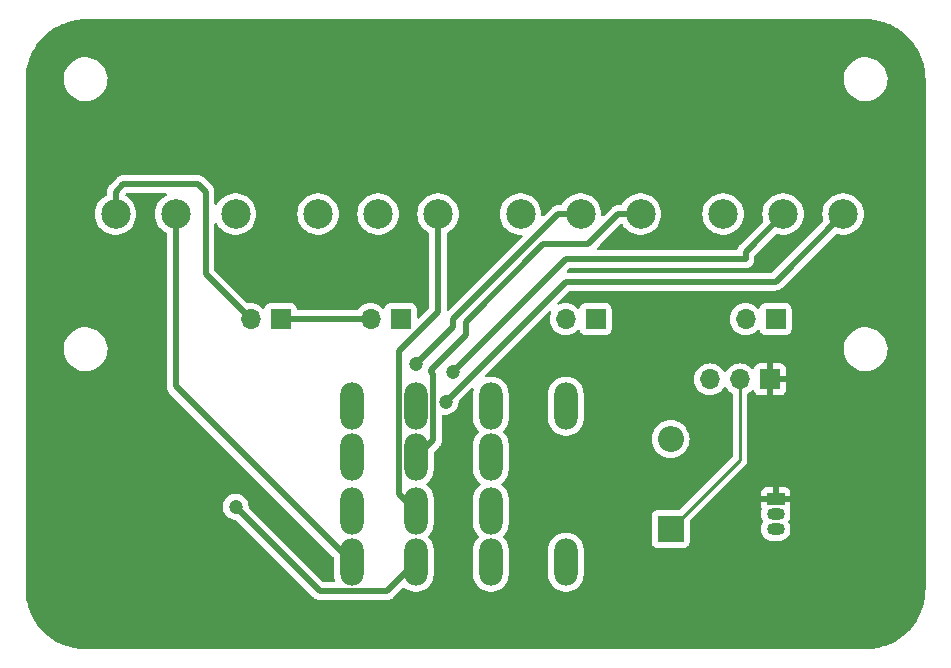
<source format=gbr>
%TF.GenerationSoftware,KiCad,Pcbnew,7.0.8-7.0.8~ubuntu22.04.1*%
%TF.CreationDate,2023-10-29T22:01:59-04:00*%
%TF.ProjectId,relay_board,72656c61-795f-4626-9f61-72642e6b6963,rev?*%
%TF.SameCoordinates,Original*%
%TF.FileFunction,Copper,L2,Bot*%
%TF.FilePolarity,Positive*%
%FSLAX46Y46*%
G04 Gerber Fmt 4.6, Leading zero omitted, Abs format (unit mm)*
G04 Created by KiCad (PCBNEW 7.0.8-7.0.8~ubuntu22.04.1) date 2023-10-29 22:01:59*
%MOMM*%
%LPD*%
G01*
G04 APERTURE LIST*
%TA.AperFunction,ComponentPad*%
%ADD10R,1.700000X1.700000*%
%TD*%
%TA.AperFunction,ComponentPad*%
%ADD11O,1.700000X1.700000*%
%TD*%
%TA.AperFunction,ComponentPad*%
%ADD12O,2.000000X4.000000*%
%TD*%
%TA.AperFunction,ComponentPad*%
%ADD13R,1.500000X1.050000*%
%TD*%
%TA.AperFunction,ComponentPad*%
%ADD14O,1.500000X1.050000*%
%TD*%
%TA.AperFunction,ComponentPad*%
%ADD15C,2.500000*%
%TD*%
%TA.AperFunction,ComponentPad*%
%ADD16R,2.200000X2.200000*%
%TD*%
%TA.AperFunction,ComponentPad*%
%ADD17O,2.200000X2.200000*%
%TD*%
%TA.AperFunction,ViaPad*%
%ADD18C,1.200000*%
%TD*%
%TA.AperFunction,Conductor*%
%ADD19C,0.250000*%
%TD*%
%TA.AperFunction,Conductor*%
%ADD20C,0.500000*%
%TD*%
G04 APERTURE END LIST*
D10*
%TO.P,J105,1,Pin_1*%
%TO.N,VSS*%
X215900000Y-88900000D03*
D11*
%TO.P,J105,2,Pin_2*%
%TO.N,/COM_A*%
X213360000Y-88900000D03*
%TD*%
D10*
%TO.P,J104,1,Pin_1*%
%TO.N,/COM_C*%
X173990000Y-88900000D03*
D11*
%TO.P,J104,2,Pin_2*%
%TO.N,/COM_D*%
X171450000Y-88900000D03*
%TD*%
D10*
%TO.P,J103,1,Pin_1*%
%TO.N,/COM_B*%
X184150000Y-88900000D03*
D11*
%TO.P,J103,2,Pin_2*%
%TO.N,/COM_C*%
X181610000Y-88900000D03*
%TD*%
D10*
%TO.P,J102,1,Pin_1*%
%TO.N,/COM_A*%
X200660000Y-88900000D03*
D11*
%TO.P,J102,2,Pin_2*%
%TO.N,/COM_B*%
X198120000Y-88900000D03*
%TD*%
D12*
%TO.P,R101,1,NC*%
%TO.N,/NC_A*%
X180000000Y-96265000D03*
%TO.P,R101,2,NC*%
%TO.N,/NC_B*%
X180000000Y-100585000D03*
%TO.P,R101,3,NC*%
%TO.N,/NC_C*%
X180000000Y-105155000D03*
%TO.P,R101,4,NC*%
%TO.N,/NC_D*%
X180000000Y-109475000D03*
%TO.P,R101,5,NO*%
%TO.N,/NO_A*%
X185450000Y-96265000D03*
%TO.P,R101,6,NO*%
%TO.N,/NO_B*%
X185450000Y-100585000D03*
%TO.P,R101,7,NO*%
%TO.N,/NO_C*%
X185450000Y-105155000D03*
%TO.P,R101,8,NO*%
%TO.N,/NO_D*%
X185450000Y-109475000D03*
%TO.P,R101,9,COM*%
%TO.N,/COM_A*%
X191800000Y-96265000D03*
%TO.P,R101,10,COM*%
%TO.N,/COM_B*%
X191800000Y-100585000D03*
%TO.P,R101,11,COM*%
%TO.N,/COM_C*%
X191800000Y-105155000D03*
%TO.P,R101,12,COM*%
%TO.N,/COM_D*%
X191800000Y-109475000D03*
%TO.P,R101,13,-*%
%TO.N,Net-(D101-A)*%
X198150000Y-96265000D03*
%TO.P,R101,14,+*%
%TO.N,VSS*%
X198150000Y-109475000D03*
%TD*%
D13*
%TO.P,Q101,1,S*%
%TO.N,GND*%
X215900000Y-104140000D03*
D14*
%TO.P,Q101,2,G*%
%TO.N,Net-(Q101-G)*%
X215900000Y-105410000D03*
%TO.P,Q101,3,D*%
%TO.N,Net-(D101-A)*%
X215900000Y-106680000D03*
%TD*%
D15*
%TO.P,J109,1,Pin_1*%
%TO.N,/COM_D*%
X160020000Y-80010000D03*
%TO.P,J109,2,Pin_2*%
%TO.N,/NC_D*%
X165100000Y-80010000D03*
%TO.P,J109,3,Pin_3*%
%TO.N,/NO_D*%
X170180000Y-80010000D03*
%TD*%
%TO.P,J108,1,Pin_1*%
%TO.N,/COM_C*%
X177165000Y-80010000D03*
%TO.P,J108,2,Pin_2*%
%TO.N,/NC_C*%
X182245000Y-80010000D03*
%TO.P,J108,3,Pin_3*%
%TO.N,/NO_C*%
X187325000Y-80010000D03*
%TD*%
%TO.P,J107,1,Pin_1*%
%TO.N,/COM_B*%
X194310000Y-80010000D03*
%TO.P,J107,2,Pin_2*%
%TO.N,/NC_B*%
X199390000Y-80010000D03*
%TO.P,J107,3,Pin_3*%
%TO.N,/NO_B*%
X204470000Y-80010000D03*
%TD*%
%TO.P,J106,1,Pin_1*%
%TO.N,/COM_A*%
X211455000Y-80010000D03*
%TO.P,J106,2,Pin_2*%
%TO.N,/NC_A*%
X216535000Y-80010000D03*
%TO.P,J106,3,Pin_3*%
%TO.N,/NO_A*%
X221615000Y-80010000D03*
%TD*%
D10*
%TO.P,J101,1,Pin_1*%
%TO.N,GND*%
X215425000Y-94000000D03*
D11*
%TO.P,J101,2,Pin_2*%
%TO.N,VSS*%
X212885000Y-94000000D03*
%TO.P,J101,3,Pin_3*%
%TO.N,/SIG*%
X210345000Y-94000000D03*
%TD*%
D16*
%TO.P,D101,1,K*%
%TO.N,VSS*%
X207010000Y-106680000D03*
D17*
%TO.P,D101,2,A*%
%TO.N,Net-(D101-A)*%
X207010000Y-99060000D03*
%TD*%
D18*
%TO.N,/NO_A*%
X187960000Y-95885000D03*
%TO.N,/NC_B*%
X185420000Y-92710000D03*
%TO.N,/NC_A*%
X188595000Y-93345000D03*
%TO.N,/NO_D*%
X170180000Y-104775000D03*
%TD*%
D19*
%TO.N,VSS*%
X207010000Y-106680000D02*
X212885000Y-100805000D01*
X212885000Y-100805000D02*
X212885000Y-94000000D01*
D20*
%TO.N,/NO_A*%
X187960000Y-95885000D02*
X198120000Y-85725000D01*
X198120000Y-85725000D02*
X215900000Y-85725000D01*
X215900000Y-85725000D02*
X221615000Y-80010000D01*
%TO.N,/NC_A*%
X188595000Y-93345000D02*
X198120000Y-83820000D01*
X213360000Y-83185000D02*
X216535000Y-80010000D01*
X198120000Y-83820000D02*
X213360000Y-83820000D01*
X213360000Y-83820000D02*
X213360000Y-83185000D01*
%TO.N,/NO_B*%
X189645000Y-89120000D02*
X189645000Y-90229843D01*
X186900000Y-93555000D02*
X186900000Y-99135000D01*
X189645000Y-90229843D02*
X186690000Y-93184843D01*
X186690000Y-93184843D02*
X186690000Y-93345000D01*
X186690000Y-93345000D02*
X186900000Y-93555000D01*
X186900000Y-99135000D02*
X185450000Y-100585000D01*
%TO.N,/NC_B*%
X188595000Y-89535000D02*
X188595000Y-88900000D01*
X185420000Y-92710000D02*
X188595000Y-89535000D01*
%TO.N,/NO_C*%
X185450000Y-105155000D02*
X184000000Y-103705000D01*
X187325000Y-88265000D02*
X187325000Y-80010000D01*
X184000000Y-103705000D02*
X184000000Y-91590000D01*
X184000000Y-91590000D02*
X187325000Y-88265000D01*
%TO.N,/COM_C*%
X181610000Y-88900000D02*
X173990000Y-88900000D01*
%TO.N,/NO_B*%
X189645000Y-89120000D02*
X196215000Y-82550000D01*
X196215000Y-82550000D02*
X200025000Y-82550000D01*
X200025000Y-82550000D02*
X202565000Y-80010000D01*
X202565000Y-80010000D02*
X204470000Y-80010000D01*
%TO.N,/NC_B*%
X188595000Y-88900000D02*
X197485000Y-80010000D01*
X197485000Y-80010000D02*
X199390000Y-80010000D01*
%TO.N,/COM_D*%
X160020000Y-80010000D02*
X160020000Y-78105000D01*
X160020000Y-78105000D02*
X160655000Y-77470000D01*
X160655000Y-77470000D02*
X161925000Y-77470000D01*
X171450000Y-88900000D02*
X167640000Y-85090000D01*
X167640000Y-85090000D02*
X167640000Y-78105000D01*
X167640000Y-78105000D02*
X167005000Y-77470000D01*
X167005000Y-77470000D02*
X161925000Y-77470000D01*
%TO.N,/NO_D*%
X185450000Y-109475000D02*
X183001283Y-111923717D01*
X183001283Y-111923717D02*
X177328717Y-111923717D01*
X177328717Y-111923717D02*
X170180000Y-104775000D01*
%TO.N,/NC_D*%
X180000000Y-109475000D02*
X165100000Y-94575000D01*
X165100000Y-94575000D02*
X165100000Y-80010000D01*
%TD*%
%TA.AperFunction,Conductor*%
%TO.N,GND*%
G36*
X223737525Y-63509496D02*
G01*
X223942732Y-63518456D01*
X223947654Y-63518870D01*
X224165755Y-63546056D01*
X224370849Y-63573058D01*
X224375420Y-63573837D01*
X224590399Y-63618913D01*
X224792714Y-63663766D01*
X224796969Y-63664869D01*
X224915715Y-63700222D01*
X225007449Y-63727533D01*
X225060220Y-63744171D01*
X225205378Y-63789939D01*
X225209180Y-63791277D01*
X225413265Y-63870912D01*
X225413908Y-63871163D01*
X225605763Y-63950632D01*
X225609234Y-63952196D01*
X225806710Y-64048737D01*
X225806733Y-64048748D01*
X225991061Y-64144704D01*
X225994169Y-64146437D01*
X226116039Y-64219054D01*
X226183108Y-64259019D01*
X226358522Y-64370771D01*
X226361212Y-64372586D01*
X226540304Y-64500456D01*
X226705405Y-64627142D01*
X226707733Y-64629019D01*
X226875753Y-64771323D01*
X227030324Y-64912962D01*
X227187037Y-65069675D01*
X227328676Y-65224246D01*
X227470979Y-65392265D01*
X227472856Y-65394593D01*
X227599543Y-65559695D01*
X227727412Y-65738786D01*
X227729244Y-65741501D01*
X227840986Y-65916901D01*
X227953561Y-66105829D01*
X227955294Y-66108937D01*
X228051251Y-66293266D01*
X228147786Y-66490731D01*
X228149366Y-66494235D01*
X228228836Y-66686091D01*
X228260362Y-66766886D01*
X228308708Y-66890785D01*
X228310072Y-66894657D01*
X228372466Y-67092549D01*
X228435124Y-67303014D01*
X228436232Y-67307286D01*
X228481099Y-67509663D01*
X228526157Y-67724559D01*
X228526946Y-67729191D01*
X228553952Y-67934318D01*
X228581126Y-68152322D01*
X228581543Y-68157288D01*
X228590512Y-68362701D01*
X228599500Y-68580000D01*
X228599500Y-111760000D01*
X228590512Y-111977298D01*
X228581543Y-112182710D01*
X228581126Y-112187676D01*
X228553952Y-112405681D01*
X228526946Y-112610807D01*
X228526157Y-112615439D01*
X228481099Y-112830336D01*
X228436232Y-113032712D01*
X228435124Y-113036984D01*
X228372466Y-113247450D01*
X228310072Y-113445341D01*
X228308700Y-113449236D01*
X228228836Y-113653908D01*
X228149366Y-113845763D01*
X228147786Y-113849267D01*
X228051251Y-114046733D01*
X227955294Y-114231061D01*
X227953561Y-114234169D01*
X227840986Y-114423098D01*
X227729244Y-114598497D01*
X227727412Y-114601212D01*
X227599543Y-114780304D01*
X227472856Y-114945405D01*
X227470979Y-114947733D01*
X227328676Y-115115753D01*
X227187037Y-115270324D01*
X227030324Y-115427037D01*
X226875753Y-115568676D01*
X226707733Y-115710979D01*
X226705405Y-115712856D01*
X226540304Y-115839543D01*
X226361212Y-115967412D01*
X226358497Y-115969244D01*
X226183098Y-116080986D01*
X225994169Y-116193561D01*
X225991061Y-116195294D01*
X225806733Y-116291251D01*
X225609267Y-116387786D01*
X225605763Y-116389366D01*
X225413908Y-116468836D01*
X225209236Y-116548700D01*
X225205341Y-116550072D01*
X225007450Y-116612466D01*
X224796984Y-116675124D01*
X224792712Y-116676232D01*
X224590336Y-116721099D01*
X224375439Y-116766157D01*
X224370807Y-116766946D01*
X224165681Y-116793952D01*
X223947676Y-116821126D01*
X223942710Y-116821543D01*
X223737298Y-116830512D01*
X223520000Y-116839500D01*
X157480000Y-116839500D01*
X157262701Y-116830512D01*
X157057288Y-116821543D01*
X157052322Y-116821126D01*
X156834318Y-116793952D01*
X156629191Y-116766946D01*
X156624559Y-116766157D01*
X156409663Y-116721099D01*
X156207286Y-116676232D01*
X156203014Y-116675124D01*
X155992549Y-116612466D01*
X155794657Y-116550072D01*
X155790785Y-116548708D01*
X155658255Y-116496995D01*
X155586091Y-116468836D01*
X155394235Y-116389366D01*
X155390731Y-116387786D01*
X155193266Y-116291251D01*
X155008937Y-116195294D01*
X155005829Y-116193561D01*
X154816901Y-116080986D01*
X154641501Y-115969244D01*
X154638786Y-115967412D01*
X154459695Y-115839543D01*
X154294593Y-115712856D01*
X154292265Y-115710979D01*
X154124246Y-115568676D01*
X153969675Y-115427037D01*
X153812962Y-115270324D01*
X153671323Y-115115753D01*
X153529019Y-114947733D01*
X153527142Y-114945405D01*
X153400456Y-114780304D01*
X153272586Y-114601212D01*
X153270771Y-114598522D01*
X153159013Y-114423098D01*
X153119054Y-114356039D01*
X153046437Y-114234169D01*
X153044704Y-114231061D01*
X152948748Y-114046733D01*
X152852196Y-113849234D01*
X152850632Y-113845763D01*
X152771163Y-113653908D01*
X152753398Y-113608381D01*
X152691277Y-113449180D01*
X152689939Y-113445378D01*
X152627533Y-113247449D01*
X152600222Y-113155715D01*
X152564869Y-113036969D01*
X152563766Y-113032712D01*
X152518913Y-112830399D01*
X152473837Y-112615420D01*
X152473058Y-112610849D01*
X152446047Y-112405681D01*
X152418870Y-112187654D01*
X152418456Y-112182732D01*
X152409487Y-111977298D01*
X152400500Y-111760000D01*
X152400500Y-111759500D01*
X152400500Y-91507763D01*
X155625787Y-91507763D01*
X155655413Y-91777013D01*
X155655415Y-91777024D01*
X155723926Y-92039082D01*
X155723928Y-92039088D01*
X155829870Y-92288390D01*
X155901998Y-92406575D01*
X155970979Y-92519605D01*
X155970986Y-92519615D01*
X156144253Y-92727819D01*
X156144259Y-92727824D01*
X156253792Y-92825965D01*
X156345998Y-92908582D01*
X156571910Y-93058044D01*
X156817176Y-93173020D01*
X156817183Y-93173022D01*
X156817185Y-93173023D01*
X157076557Y-93251057D01*
X157076564Y-93251058D01*
X157076569Y-93251060D01*
X157344561Y-93290500D01*
X157344566Y-93290500D01*
X157547636Y-93290500D01*
X157599133Y-93286730D01*
X157750156Y-93275677D01*
X157862758Y-93250593D01*
X158014546Y-93216782D01*
X158014548Y-93216781D01*
X158014553Y-93216780D01*
X158267558Y-93120014D01*
X158503777Y-92987441D01*
X158718177Y-92821888D01*
X158906186Y-92626881D01*
X159063799Y-92406579D01*
X159137787Y-92262669D01*
X159187649Y-92165690D01*
X159187651Y-92165684D01*
X159187656Y-92165675D01*
X159275118Y-91909305D01*
X159324319Y-91642933D01*
X159334212Y-91372235D01*
X159304586Y-91102982D01*
X159236072Y-90840912D01*
X159130130Y-90591610D01*
X158989018Y-90360390D01*
X158953378Y-90317564D01*
X158815746Y-90152180D01*
X158815740Y-90152175D01*
X158614002Y-89971418D01*
X158388092Y-89821957D01*
X158376598Y-89816569D01*
X158142824Y-89706980D01*
X158142819Y-89706978D01*
X158142814Y-89706976D01*
X157883442Y-89628942D01*
X157883428Y-89628939D01*
X157767791Y-89611921D01*
X157615439Y-89589500D01*
X157412369Y-89589500D01*
X157412364Y-89589500D01*
X157209844Y-89604323D01*
X157209831Y-89604325D01*
X156945453Y-89663217D01*
X156945446Y-89663220D01*
X156692439Y-89759987D01*
X156456226Y-89892557D01*
X156241822Y-90058112D01*
X156053822Y-90253109D01*
X156053816Y-90253116D01*
X155896202Y-90473419D01*
X155896199Y-90473424D01*
X155772350Y-90714309D01*
X155772343Y-90714327D01*
X155684884Y-90970685D01*
X155684882Y-90970695D01*
X155646071Y-91180819D01*
X155635681Y-91237068D01*
X155635680Y-91237075D01*
X155625787Y-91507763D01*
X152400500Y-91507763D01*
X152400500Y-80010004D01*
X158264592Y-80010004D01*
X158284196Y-80271620D01*
X158284197Y-80271625D01*
X158342576Y-80527402D01*
X158342578Y-80527411D01*
X158342580Y-80527416D01*
X158438432Y-80771643D01*
X158569614Y-80998857D01*
X158701736Y-81164533D01*
X158733198Y-81203985D01*
X158914753Y-81372441D01*
X158925521Y-81382433D01*
X159142296Y-81530228D01*
X159142301Y-81530230D01*
X159142302Y-81530231D01*
X159142303Y-81530232D01*
X159261885Y-81587819D01*
X159378673Y-81644061D01*
X159378674Y-81644061D01*
X159378677Y-81644063D01*
X159629385Y-81721396D01*
X159888818Y-81760500D01*
X160151182Y-81760500D01*
X160410615Y-81721396D01*
X160661323Y-81644063D01*
X160897704Y-81530228D01*
X161114479Y-81382433D01*
X161306805Y-81203981D01*
X161470386Y-80998857D01*
X161601568Y-80771643D01*
X161697420Y-80527416D01*
X161755802Y-80271630D01*
X161761588Y-80194419D01*
X161775408Y-80010004D01*
X161775408Y-80009995D01*
X161755803Y-79748379D01*
X161755802Y-79748374D01*
X161755802Y-79748370D01*
X161697420Y-79492584D01*
X161601568Y-79248357D01*
X161470386Y-79021143D01*
X161306805Y-78816019D01*
X161306804Y-78816018D01*
X161306801Y-78816014D01*
X161114479Y-78637567D01*
X160901777Y-78492549D01*
X160857477Y-78438522D01*
X160849419Y-78369118D01*
X160880161Y-78306376D01*
X160883928Y-78302438D01*
X160929549Y-78256818D01*
X160990872Y-78223333D01*
X161017229Y-78220500D01*
X161837279Y-78220500D01*
X164238166Y-78220500D01*
X164305205Y-78240185D01*
X164350960Y-78292989D01*
X164360904Y-78362147D01*
X164331879Y-78425703D01*
X164291967Y-78456220D01*
X164222303Y-78489767D01*
X164222302Y-78489768D01*
X164005520Y-78637567D01*
X163813198Y-78816014D01*
X163649614Y-79021143D01*
X163518432Y-79248356D01*
X163422582Y-79492578D01*
X163422576Y-79492597D01*
X163364197Y-79748374D01*
X163364196Y-79748379D01*
X163344592Y-80009995D01*
X163344592Y-80010004D01*
X163364196Y-80271620D01*
X163364197Y-80271625D01*
X163422576Y-80527402D01*
X163422578Y-80527411D01*
X163422580Y-80527416D01*
X163518432Y-80771643D01*
X163649614Y-80998857D01*
X163781736Y-81164533D01*
X163813198Y-81203985D01*
X163994753Y-81372441D01*
X164005521Y-81382433D01*
X164222296Y-81530228D01*
X164279303Y-81557681D01*
X164331161Y-81604501D01*
X164349500Y-81669400D01*
X164349500Y-94511294D01*
X164348191Y-94529263D01*
X164344710Y-94553025D01*
X164349264Y-94605064D01*
X164349500Y-94610470D01*
X164349500Y-94618709D01*
X164353306Y-94651274D01*
X164360000Y-94727791D01*
X164361461Y-94734867D01*
X164361403Y-94734878D01*
X164363034Y-94742237D01*
X164363092Y-94742224D01*
X164364757Y-94749250D01*
X164391025Y-94821424D01*
X164415185Y-94894331D01*
X164418236Y-94900874D01*
X164418182Y-94900898D01*
X164421470Y-94907688D01*
X164421521Y-94907663D01*
X164424761Y-94914113D01*
X164424762Y-94914114D01*
X164424763Y-94914117D01*
X164455288Y-94960528D01*
X164466965Y-94978283D01*
X164507287Y-95043655D01*
X164511766Y-95049319D01*
X164511719Y-95049356D01*
X164516482Y-95055202D01*
X164516528Y-95055164D01*
X164521173Y-95060700D01*
X164577017Y-95113385D01*
X178463181Y-108999549D01*
X178496666Y-109060872D01*
X178499500Y-109087230D01*
X178499500Y-110537065D01*
X178514890Y-110722813D01*
X178514892Y-110722824D01*
X178575936Y-110963879D01*
X178575938Y-110963883D01*
X178591520Y-110999408D01*
X178600423Y-111068708D01*
X178570445Y-111131820D01*
X178511105Y-111168706D01*
X178477964Y-111173217D01*
X177690946Y-111173217D01*
X177623907Y-111153532D01*
X177603265Y-111136898D01*
X171321351Y-104854983D01*
X171287866Y-104793660D01*
X171285561Y-104778743D01*
X171285214Y-104775004D01*
X171285215Y-104775000D01*
X171266397Y-104571917D01*
X171210582Y-104375750D01*
X171119673Y-104193179D01*
X170996764Y-104030421D01*
X170996762Y-104030418D01*
X170846041Y-103893019D01*
X170846039Y-103893017D01*
X170672642Y-103785655D01*
X170672635Y-103785651D01*
X170542053Y-103735064D01*
X170482456Y-103711976D01*
X170281976Y-103674500D01*
X170078024Y-103674500D01*
X169877544Y-103711976D01*
X169877541Y-103711976D01*
X169877541Y-103711977D01*
X169687364Y-103785651D01*
X169687357Y-103785655D01*
X169513960Y-103893017D01*
X169513958Y-103893019D01*
X169363237Y-104030418D01*
X169240327Y-104193178D01*
X169149422Y-104375739D01*
X169149417Y-104375752D01*
X169093602Y-104571917D01*
X169074785Y-104774999D01*
X169074785Y-104775000D01*
X169093602Y-104978082D01*
X169149417Y-105174247D01*
X169149422Y-105174260D01*
X169240327Y-105356821D01*
X169363237Y-105519581D01*
X169513958Y-105656980D01*
X169513960Y-105656982D01*
X169613141Y-105718392D01*
X169687363Y-105764348D01*
X169877544Y-105838024D01*
X170078024Y-105875500D01*
X170167770Y-105875500D01*
X170234809Y-105895185D01*
X170255451Y-105911819D01*
X176752984Y-112409351D01*
X176764765Y-112422983D01*
X176779107Y-112442247D01*
X176819137Y-112475836D01*
X176823109Y-112479476D01*
X176828941Y-112485308D01*
X176828944Y-112485311D01*
X176854664Y-112505648D01*
X176913505Y-112555021D01*
X176919535Y-112558987D01*
X176919502Y-112559036D01*
X176925860Y-112563086D01*
X176925892Y-112563036D01*
X176932037Y-112566826D01*
X176932040Y-112566828D01*
X177001653Y-112599289D01*
X177070284Y-112633757D01*
X177070289Y-112633758D01*
X177077078Y-112636230D01*
X177077057Y-112636287D01*
X177084172Y-112638760D01*
X177084192Y-112638703D01*
X177091047Y-112640975D01*
X177166275Y-112656507D01*
X177240996Y-112674217D01*
X177241006Y-112674217D01*
X177248169Y-112675055D01*
X177248161Y-112675114D01*
X177255662Y-112675881D01*
X177255668Y-112675822D01*
X177262857Y-112676451D01*
X177262861Y-112676450D01*
X177262862Y-112676451D01*
X177339635Y-112674217D01*
X182937578Y-112674217D01*
X182955548Y-112675526D01*
X182979306Y-112679006D01*
X183031351Y-112674452D01*
X183036753Y-112674217D01*
X183044987Y-112674217D01*
X183044992Y-112674217D01*
X183056610Y-112672858D01*
X183077559Y-112670410D01*
X183090311Y-112669294D01*
X183154080Y-112663716D01*
X183154088Y-112663713D01*
X183161149Y-112662256D01*
X183161161Y-112662315D01*
X183168526Y-112660682D01*
X183168512Y-112660623D01*
X183175529Y-112658958D01*
X183175538Y-112658958D01*
X183247706Y-112632691D01*
X183320617Y-112608531D01*
X183320626Y-112608524D01*
X183327165Y-112605477D01*
X183327191Y-112605533D01*
X183333973Y-112602249D01*
X183333946Y-112602195D01*
X183340389Y-112598957D01*
X183340400Y-112598954D01*
X183404566Y-112556751D01*
X183469939Y-112516429D01*
X183469945Y-112516422D01*
X183475608Y-112511946D01*
X183475646Y-112511994D01*
X183481483Y-112507239D01*
X183481444Y-112507192D01*
X183486979Y-112502547D01*
X183539668Y-112446700D01*
X184132540Y-111853827D01*
X184337854Y-111648512D01*
X184399175Y-111615029D01*
X184468866Y-111620013D01*
X184501693Y-111638340D01*
X184626491Y-111735474D01*
X184845190Y-111853828D01*
X185080386Y-111934571D01*
X185325665Y-111975500D01*
X185574335Y-111975500D01*
X185819614Y-111934571D01*
X186054810Y-111853828D01*
X186273509Y-111735474D01*
X186469744Y-111582738D01*
X186638164Y-111399785D01*
X186774173Y-111191607D01*
X186874063Y-110963881D01*
X186935108Y-110722821D01*
X186950500Y-110537067D01*
X186950500Y-108412933D01*
X186946145Y-108360376D01*
X186935109Y-108227186D01*
X186935107Y-108227175D01*
X186874063Y-107986118D01*
X186774173Y-107758393D01*
X186638166Y-107550217D01*
X186622126Y-107532793D01*
X186498942Y-107398980D01*
X186468022Y-107336329D01*
X186475882Y-107266903D01*
X186498941Y-107231021D01*
X186638164Y-107079785D01*
X186774173Y-106871607D01*
X186874063Y-106643881D01*
X186935108Y-106402821D01*
X186950500Y-106217067D01*
X186950500Y-104092933D01*
X186944816Y-104024334D01*
X186935109Y-103907186D01*
X186935107Y-103907175D01*
X186874063Y-103666118D01*
X186774173Y-103438393D01*
X186638166Y-103230217D01*
X186584250Y-103171649D01*
X186469744Y-103047262D01*
X186469739Y-103047258D01*
X186469737Y-103047256D01*
X186367720Y-102967853D01*
X186326907Y-102911143D01*
X186323232Y-102841370D01*
X186357864Y-102780687D01*
X186367720Y-102772147D01*
X186418575Y-102732564D01*
X186469744Y-102692738D01*
X186638164Y-102509785D01*
X186774173Y-102301607D01*
X186874063Y-102073881D01*
X186935108Y-101832821D01*
X186950500Y-101647067D01*
X186950500Y-100197228D01*
X186970185Y-100130189D01*
X186986815Y-100109551D01*
X187385638Y-99710727D01*
X187399267Y-99698950D01*
X187418530Y-99684610D01*
X187418532Y-99684606D01*
X187418534Y-99684606D01*
X187436663Y-99662999D01*
X187452113Y-99644585D01*
X187455767Y-99640599D01*
X187461591Y-99634776D01*
X187481930Y-99609052D01*
X187531302Y-99550214D01*
X187531306Y-99550205D01*
X187535274Y-99544175D01*
X187535325Y-99544208D01*
X187539369Y-99537860D01*
X187539317Y-99537828D01*
X187543104Y-99531685D01*
X187543111Y-99531677D01*
X187575572Y-99462063D01*
X187610040Y-99393433D01*
X187610041Y-99393427D01*
X187612508Y-99386650D01*
X187612566Y-99386671D01*
X187615043Y-99379544D01*
X187614986Y-99379526D01*
X187617255Y-99372679D01*
X187617256Y-99372674D01*
X187617257Y-99372672D01*
X187632790Y-99297441D01*
X187650500Y-99222721D01*
X187650500Y-99222719D01*
X187651339Y-99215548D01*
X187651398Y-99215554D01*
X187652164Y-99208054D01*
X187652105Y-99208049D01*
X187652734Y-99200859D01*
X187650500Y-99124082D01*
X187650500Y-97096034D01*
X187670185Y-97028995D01*
X187722989Y-96983240D01*
X187792147Y-96973296D01*
X187797278Y-96974144D01*
X187858024Y-96985500D01*
X187858025Y-96985500D01*
X188061974Y-96985500D01*
X188061976Y-96985500D01*
X188262456Y-96948024D01*
X188452637Y-96874348D01*
X188626041Y-96766981D01*
X188776764Y-96629579D01*
X188899673Y-96466821D01*
X188990582Y-96284250D01*
X189046397Y-96088083D01*
X189065215Y-95885000D01*
X189065214Y-95884999D01*
X189065562Y-95881254D01*
X189091348Y-95816317D01*
X189101344Y-95805022D01*
X190140814Y-94765552D01*
X190202135Y-94732069D01*
X190271827Y-94737053D01*
X190327760Y-94778925D01*
X190352177Y-94844389D01*
X190348699Y-94883675D01*
X190314892Y-95017174D01*
X190314890Y-95017186D01*
X190299500Y-95202935D01*
X190299500Y-97327065D01*
X190314890Y-97512813D01*
X190314892Y-97512824D01*
X190375936Y-97753881D01*
X190475826Y-97981606D01*
X190611833Y-98189782D01*
X190611836Y-98189785D01*
X190741962Y-98331140D01*
X190751055Y-98341017D01*
X190781977Y-98403672D01*
X190774117Y-98473098D01*
X190751055Y-98508983D01*
X190611833Y-98660217D01*
X190475826Y-98868393D01*
X190375936Y-99096118D01*
X190314892Y-99337175D01*
X190314890Y-99337186D01*
X190299500Y-99522935D01*
X190299500Y-101647065D01*
X190314890Y-101832813D01*
X190314892Y-101832824D01*
X190375936Y-102073881D01*
X190475826Y-102301606D01*
X190611833Y-102509782D01*
X190611836Y-102509785D01*
X190780256Y-102692738D01*
X190780259Y-102692740D01*
X190780262Y-102692743D01*
X190882280Y-102772147D01*
X190923093Y-102828857D01*
X190926768Y-102898630D01*
X190892136Y-102959313D01*
X190882280Y-102967853D01*
X190780262Y-103047256D01*
X190780259Y-103047259D01*
X190611833Y-103230217D01*
X190475826Y-103438393D01*
X190375936Y-103666118D01*
X190314892Y-103907175D01*
X190314890Y-103907186D01*
X190299500Y-104092935D01*
X190299500Y-106217065D01*
X190314890Y-106402813D01*
X190314892Y-106402824D01*
X190375936Y-106643881D01*
X190475826Y-106871606D01*
X190611833Y-107079782D01*
X190751055Y-107231017D01*
X190781977Y-107293672D01*
X190774117Y-107363098D01*
X190751055Y-107398982D01*
X190728833Y-107423121D01*
X190611833Y-107550217D01*
X190475826Y-107758393D01*
X190375936Y-107986118D01*
X190314892Y-108227175D01*
X190314890Y-108227186D01*
X190299500Y-108412935D01*
X190299500Y-110537065D01*
X190314890Y-110722813D01*
X190314892Y-110722824D01*
X190375936Y-110963881D01*
X190475826Y-111191606D01*
X190611833Y-111399782D01*
X190611836Y-111399785D01*
X190780256Y-111582738D01*
X190976491Y-111735474D01*
X191195190Y-111853828D01*
X191430386Y-111934571D01*
X191675665Y-111975500D01*
X191924335Y-111975500D01*
X192169614Y-111934571D01*
X192404810Y-111853828D01*
X192623509Y-111735474D01*
X192819744Y-111582738D01*
X192988164Y-111399785D01*
X193124173Y-111191607D01*
X193224063Y-110963881D01*
X193285108Y-110722821D01*
X193300500Y-110537067D01*
X193300500Y-110537065D01*
X196649500Y-110537065D01*
X196664890Y-110722813D01*
X196664892Y-110722824D01*
X196725936Y-110963881D01*
X196825826Y-111191606D01*
X196961833Y-111399782D01*
X196961836Y-111399785D01*
X197130256Y-111582738D01*
X197326491Y-111735474D01*
X197545190Y-111853828D01*
X197780386Y-111934571D01*
X198025665Y-111975500D01*
X198274335Y-111975500D01*
X198519614Y-111934571D01*
X198754810Y-111853828D01*
X198973509Y-111735474D01*
X199169744Y-111582738D01*
X199338164Y-111399785D01*
X199474173Y-111191607D01*
X199574063Y-110963881D01*
X199635108Y-110722821D01*
X199650500Y-110537067D01*
X199650500Y-108412933D01*
X199646145Y-108360376D01*
X199635109Y-108227186D01*
X199635107Y-108227175D01*
X199574063Y-107986118D01*
X199504649Y-107827870D01*
X205409500Y-107827870D01*
X205409501Y-107827876D01*
X205415908Y-107887483D01*
X205466202Y-108022328D01*
X205466206Y-108022335D01*
X205552452Y-108137544D01*
X205552455Y-108137547D01*
X205667664Y-108223793D01*
X205667671Y-108223797D01*
X205802517Y-108274091D01*
X205802516Y-108274091D01*
X205809444Y-108274835D01*
X205862127Y-108280500D01*
X208157872Y-108280499D01*
X208217483Y-108274091D01*
X208352331Y-108223796D01*
X208467546Y-108137546D01*
X208553796Y-108022331D01*
X208604091Y-107887483D01*
X208610500Y-107827873D01*
X208610499Y-106680000D01*
X214644538Y-106680000D01*
X214664337Y-106881031D01*
X214722978Y-107074345D01*
X214818198Y-107252488D01*
X214818203Y-107252495D01*
X214946352Y-107408647D01*
X215055016Y-107497824D01*
X215102506Y-107536798D01*
X215102509Y-107536799D01*
X215102511Y-107536801D01*
X215280654Y-107632021D01*
X215280656Y-107632021D01*
X215280659Y-107632023D01*
X215473967Y-107690662D01*
X215624620Y-107705500D01*
X215624623Y-107705500D01*
X216175377Y-107705500D01*
X216175380Y-107705500D01*
X216326033Y-107690662D01*
X216519341Y-107632023D01*
X216697494Y-107536798D01*
X216853647Y-107408647D01*
X216981798Y-107252494D01*
X217077023Y-107074341D01*
X217135662Y-106881033D01*
X217155462Y-106680000D01*
X217135662Y-106478967D01*
X217077023Y-106285659D01*
X216981798Y-106107506D01*
X216981794Y-106107502D01*
X216979631Y-106103454D01*
X216965389Y-106035051D01*
X216979631Y-105986546D01*
X216981794Y-105982498D01*
X216981798Y-105982494D01*
X217077023Y-105804341D01*
X217135662Y-105611033D01*
X217155462Y-105410000D01*
X217135662Y-105208967D01*
X217077023Y-105015659D01*
X217077020Y-105015653D01*
X217076513Y-105013982D01*
X217075890Y-104944115D01*
X217090098Y-104915420D01*
X217089101Y-104914876D01*
X217093350Y-104907093D01*
X217143597Y-104772376D01*
X217143598Y-104772372D01*
X217149999Y-104712844D01*
X217150000Y-104712827D01*
X217150000Y-104390000D01*
X216234271Y-104390000D01*
X216228191Y-104389701D01*
X216192223Y-104386158D01*
X216183854Y-104385334D01*
X216218278Y-104347941D01*
X216268551Y-104233330D01*
X216278886Y-104108605D01*
X216248163Y-103987281D01*
X216184606Y-103890000D01*
X217150000Y-103890000D01*
X217150000Y-103567172D01*
X217149999Y-103567155D01*
X217143598Y-103507627D01*
X217143596Y-103507620D01*
X217093354Y-103372913D01*
X217093350Y-103372906D01*
X217007190Y-103257812D01*
X217007187Y-103257809D01*
X216892093Y-103171649D01*
X216892086Y-103171645D01*
X216757379Y-103121403D01*
X216757372Y-103121401D01*
X216697844Y-103115000D01*
X216150000Y-103115000D01*
X216150000Y-103859382D01*
X216080948Y-103805637D01*
X215962576Y-103765000D01*
X215868927Y-103765000D01*
X215776554Y-103780414D01*
X215666486Y-103839981D01*
X215650000Y-103857889D01*
X215650000Y-103115000D01*
X215102155Y-103115000D01*
X215042627Y-103121401D01*
X215042620Y-103121403D01*
X214907913Y-103171645D01*
X214907906Y-103171649D01*
X214792812Y-103257809D01*
X214792809Y-103257812D01*
X214706649Y-103372906D01*
X214706645Y-103372913D01*
X214656403Y-103507620D01*
X214656401Y-103507627D01*
X214650000Y-103567155D01*
X214650000Y-103890000D01*
X215620440Y-103890000D01*
X215581722Y-103932059D01*
X215531449Y-104046670D01*
X215521114Y-104171395D01*
X215551837Y-104292719D01*
X215612575Y-104385686D01*
X215607776Y-104386158D01*
X215571809Y-104389701D01*
X215565729Y-104390000D01*
X214650000Y-104390000D01*
X214650000Y-104712844D01*
X214656401Y-104772372D01*
X214656403Y-104772379D01*
X214706645Y-104907086D01*
X214710897Y-104914872D01*
X214708713Y-104916064D01*
X214728509Y-104969142D01*
X214723486Y-105013982D01*
X214664337Y-105208968D01*
X214644538Y-105410000D01*
X214664337Y-105611031D01*
X214722978Y-105804345D01*
X214820367Y-105986547D01*
X214834609Y-106054950D01*
X214820367Y-106103453D01*
X214722978Y-106285654D01*
X214664337Y-106478968D01*
X214644538Y-106680000D01*
X208610499Y-106680000D01*
X208610499Y-106015450D01*
X208630184Y-105948412D01*
X208646813Y-105927775D01*
X213268786Y-101305802D01*
X213281048Y-101295980D01*
X213280865Y-101295759D01*
X213286867Y-101290792D01*
X213286877Y-101290786D01*
X213334241Y-101240348D01*
X213355120Y-101219470D01*
X213359373Y-101213986D01*
X213363150Y-101209563D01*
X213395062Y-101175582D01*
X213404714Y-101158023D01*
X213415389Y-101141772D01*
X213427674Y-101125936D01*
X213446186Y-101083152D01*
X213448742Y-101077935D01*
X213471197Y-101037092D01*
X213476180Y-101017680D01*
X213482477Y-100999291D01*
X213490438Y-100980895D01*
X213497729Y-100934853D01*
X213498908Y-100929162D01*
X213510500Y-100884019D01*
X213510500Y-100863983D01*
X213512027Y-100844582D01*
X213515160Y-100824804D01*
X213510775Y-100778415D01*
X213510500Y-100772577D01*
X213510500Y-95275226D01*
X213530185Y-95208187D01*
X213563374Y-95173654D01*
X213756401Y-95038495D01*
X213878717Y-94916178D01*
X213940036Y-94882696D01*
X214009728Y-94887680D01*
X214065662Y-94929551D01*
X214082577Y-94960528D01*
X214131646Y-95092088D01*
X214131649Y-95092093D01*
X214217809Y-95207187D01*
X214217812Y-95207190D01*
X214332906Y-95293350D01*
X214332913Y-95293354D01*
X214467620Y-95343596D01*
X214467627Y-95343598D01*
X214527155Y-95349999D01*
X214527172Y-95350000D01*
X215175000Y-95350000D01*
X215175000Y-94435501D01*
X215282685Y-94484680D01*
X215389237Y-94500000D01*
X215460763Y-94500000D01*
X215567315Y-94484680D01*
X215675000Y-94435501D01*
X215675000Y-95350000D01*
X216322828Y-95350000D01*
X216322844Y-95349999D01*
X216382372Y-95343598D01*
X216382379Y-95343596D01*
X216517086Y-95293354D01*
X216517093Y-95293350D01*
X216632187Y-95207190D01*
X216632190Y-95207187D01*
X216718350Y-95092093D01*
X216718354Y-95092086D01*
X216768596Y-94957379D01*
X216768598Y-94957372D01*
X216774999Y-94897844D01*
X216775000Y-94897827D01*
X216775000Y-94250000D01*
X215858686Y-94250000D01*
X215884493Y-94209844D01*
X215925000Y-94071889D01*
X215925000Y-93928111D01*
X215884493Y-93790156D01*
X215858686Y-93750000D01*
X216775000Y-93750000D01*
X216775000Y-93102172D01*
X216774999Y-93102155D01*
X216768598Y-93042627D01*
X216768596Y-93042620D01*
X216718354Y-92907913D01*
X216718350Y-92907906D01*
X216632190Y-92792812D01*
X216632187Y-92792809D01*
X216517093Y-92706649D01*
X216517086Y-92706645D01*
X216382379Y-92656403D01*
X216382372Y-92656401D01*
X216322844Y-92650000D01*
X215675000Y-92650000D01*
X215675000Y-93564498D01*
X215567315Y-93515320D01*
X215460763Y-93500000D01*
X215389237Y-93500000D01*
X215282685Y-93515320D01*
X215175000Y-93564498D01*
X215175000Y-92650000D01*
X214527155Y-92650000D01*
X214467627Y-92656401D01*
X214467620Y-92656403D01*
X214332913Y-92706645D01*
X214332906Y-92706649D01*
X214217812Y-92792809D01*
X214217809Y-92792812D01*
X214131649Y-92907906D01*
X214131645Y-92907913D01*
X214082578Y-93039470D01*
X214040707Y-93095404D01*
X213975242Y-93119821D01*
X213906969Y-93104969D01*
X213878715Y-93083819D01*
X213834366Y-93039470D01*
X213756401Y-92961505D01*
X213756397Y-92961502D01*
X213756396Y-92961501D01*
X213562834Y-92825967D01*
X213562830Y-92825965D01*
X213491727Y-92792809D01*
X213348663Y-92726097D01*
X213348659Y-92726096D01*
X213348655Y-92726094D01*
X213120413Y-92664938D01*
X213120403Y-92664936D01*
X212885001Y-92644341D01*
X212884999Y-92644341D01*
X212649596Y-92664936D01*
X212649586Y-92664938D01*
X212421344Y-92726094D01*
X212421337Y-92726096D01*
X212421337Y-92726097D01*
X212407816Y-92732401D01*
X212207171Y-92825964D01*
X212207169Y-92825965D01*
X212013597Y-92961505D01*
X211846505Y-93128597D01*
X211716575Y-93314158D01*
X211661998Y-93357783D01*
X211592500Y-93364977D01*
X211530145Y-93333454D01*
X211513425Y-93314158D01*
X211383494Y-93128597D01*
X211216402Y-92961506D01*
X211216395Y-92961501D01*
X211022834Y-92825967D01*
X211022830Y-92825965D01*
X210951727Y-92792809D01*
X210808663Y-92726097D01*
X210808659Y-92726096D01*
X210808655Y-92726094D01*
X210580413Y-92664938D01*
X210580403Y-92664936D01*
X210345001Y-92644341D01*
X210344999Y-92644341D01*
X210109596Y-92664936D01*
X210109586Y-92664938D01*
X209881344Y-92726094D01*
X209881337Y-92726096D01*
X209881337Y-92726097D01*
X209867816Y-92732401D01*
X209667171Y-92825964D01*
X209667169Y-92825965D01*
X209473597Y-92961505D01*
X209306505Y-93128597D01*
X209170965Y-93322169D01*
X209170964Y-93322171D01*
X209071098Y-93536335D01*
X209071094Y-93536344D01*
X209009938Y-93764586D01*
X209009936Y-93764596D01*
X208989341Y-93999999D01*
X208989341Y-94000000D01*
X209009936Y-94235403D01*
X209009938Y-94235413D01*
X209071094Y-94463655D01*
X209071096Y-94463659D01*
X209071097Y-94463663D01*
X209143396Y-94618709D01*
X209170965Y-94677830D01*
X209170967Y-94677834D01*
X209253606Y-94795854D01*
X209306505Y-94871401D01*
X209473599Y-95038495D01*
X209505311Y-95060700D01*
X209667165Y-95174032D01*
X209667167Y-95174033D01*
X209667170Y-95174035D01*
X209881337Y-95273903D01*
X209881343Y-95273904D01*
X209881344Y-95273905D01*
X209936285Y-95288626D01*
X210109592Y-95335063D01*
X210280319Y-95350000D01*
X210344999Y-95355659D01*
X210345000Y-95355659D01*
X210345001Y-95355659D01*
X210409681Y-95350000D01*
X210580408Y-95335063D01*
X210808663Y-95273903D01*
X211022830Y-95174035D01*
X211216401Y-95038495D01*
X211383495Y-94871401D01*
X211513425Y-94685842D01*
X211568002Y-94642217D01*
X211637500Y-94635023D01*
X211699855Y-94666546D01*
X211716575Y-94685842D01*
X211846501Y-94871396D01*
X211846506Y-94871402D01*
X212013597Y-95038493D01*
X212013603Y-95038498D01*
X212029057Y-95049319D01*
X212206624Y-95173653D01*
X212250248Y-95228228D01*
X212259500Y-95275226D01*
X212259500Y-100494547D01*
X212239815Y-100561586D01*
X212223181Y-100582228D01*
X207762227Y-105043181D01*
X207700904Y-105076666D01*
X207674546Y-105079500D01*
X205862129Y-105079500D01*
X205862123Y-105079501D01*
X205802516Y-105085908D01*
X205667671Y-105136202D01*
X205667664Y-105136206D01*
X205552455Y-105222452D01*
X205552452Y-105222455D01*
X205466206Y-105337664D01*
X205466202Y-105337671D01*
X205415908Y-105472517D01*
X205409501Y-105532116D01*
X205409500Y-105532135D01*
X205409500Y-107827870D01*
X199504649Y-107827870D01*
X199474173Y-107758393D01*
X199338166Y-107550217D01*
X199316557Y-107526744D01*
X199169744Y-107367262D01*
X198973509Y-107214526D01*
X198973507Y-107214525D01*
X198973506Y-107214524D01*
X198754811Y-107096172D01*
X198754802Y-107096169D01*
X198519616Y-107015429D01*
X198274335Y-106974500D01*
X198025665Y-106974500D01*
X197780383Y-107015429D01*
X197545197Y-107096169D01*
X197545188Y-107096172D01*
X197326493Y-107214524D01*
X197130257Y-107367261D01*
X196961833Y-107550217D01*
X196825826Y-107758393D01*
X196725936Y-107986118D01*
X196664892Y-108227175D01*
X196664890Y-108227186D01*
X196649500Y-108412935D01*
X196649500Y-110537065D01*
X193300500Y-110537065D01*
X193300500Y-108412933D01*
X193296145Y-108360376D01*
X193285109Y-108227186D01*
X193285107Y-108227175D01*
X193224063Y-107986118D01*
X193124173Y-107758393D01*
X192988166Y-107550217D01*
X192972126Y-107532793D01*
X192848942Y-107398980D01*
X192818022Y-107336329D01*
X192825882Y-107266903D01*
X192848941Y-107231021D01*
X192988164Y-107079785D01*
X193124173Y-106871607D01*
X193224063Y-106643881D01*
X193285108Y-106402821D01*
X193300500Y-106217067D01*
X193300500Y-104092933D01*
X193294816Y-104024334D01*
X193285109Y-103907186D01*
X193285107Y-103907175D01*
X193224063Y-103666118D01*
X193124173Y-103438393D01*
X192988166Y-103230217D01*
X192934250Y-103171649D01*
X192819744Y-103047262D01*
X192819739Y-103047258D01*
X192819737Y-103047256D01*
X192717720Y-102967853D01*
X192676907Y-102911143D01*
X192673232Y-102841370D01*
X192707864Y-102780687D01*
X192717720Y-102772147D01*
X192768575Y-102732564D01*
X192819744Y-102692738D01*
X192988164Y-102509785D01*
X193124173Y-102301607D01*
X193224063Y-102073881D01*
X193285108Y-101832821D01*
X193300500Y-101647067D01*
X193300500Y-99522933D01*
X193295456Y-99462062D01*
X193285109Y-99337186D01*
X193285107Y-99337175D01*
X193224063Y-99096118D01*
X193208220Y-99060000D01*
X205404551Y-99060000D01*
X205424317Y-99311151D01*
X205483126Y-99556110D01*
X205579533Y-99788859D01*
X205711160Y-100003653D01*
X205711161Y-100003656D01*
X205711164Y-100003659D01*
X205874776Y-100195224D01*
X206023066Y-100321875D01*
X206066343Y-100358838D01*
X206066346Y-100358839D01*
X206281140Y-100490466D01*
X206502675Y-100582228D01*
X206513889Y-100586873D01*
X206758852Y-100645683D01*
X207010000Y-100665449D01*
X207261148Y-100645683D01*
X207506111Y-100586873D01*
X207738859Y-100490466D01*
X207953659Y-100358836D01*
X208145224Y-100195224D01*
X208308836Y-100003659D01*
X208440466Y-99788859D01*
X208536873Y-99556111D01*
X208595683Y-99311148D01*
X208615449Y-99060000D01*
X208595683Y-98808852D01*
X208536873Y-98563889D01*
X208440466Y-98331140D01*
X208308839Y-98116346D01*
X208308838Y-98116343D01*
X208193761Y-97981606D01*
X208145224Y-97924776D01*
X208018571Y-97816604D01*
X207953656Y-97761161D01*
X207953653Y-97761160D01*
X207738859Y-97629533D01*
X207506110Y-97533126D01*
X207261151Y-97474317D01*
X207010000Y-97454551D01*
X206758848Y-97474317D01*
X206513889Y-97533126D01*
X206281140Y-97629533D01*
X206066346Y-97761160D01*
X206066343Y-97761161D01*
X205874776Y-97924776D01*
X205711161Y-98116343D01*
X205711160Y-98116346D01*
X205579533Y-98331140D01*
X205483126Y-98563889D01*
X205424317Y-98808848D01*
X205404551Y-99060000D01*
X193208220Y-99060000D01*
X193124173Y-98868393D01*
X192988166Y-98660217D01*
X192972126Y-98642793D01*
X192848942Y-98508980D01*
X192818022Y-98446329D01*
X192825882Y-98376903D01*
X192848941Y-98341021D01*
X192988164Y-98189785D01*
X193124173Y-97981607D01*
X193224063Y-97753881D01*
X193285108Y-97512821D01*
X193289937Y-97454551D01*
X193300500Y-97327065D01*
X196649500Y-97327065D01*
X196664890Y-97512813D01*
X196664892Y-97512824D01*
X196725936Y-97753881D01*
X196825826Y-97981606D01*
X196961833Y-98189782D01*
X196961836Y-98189785D01*
X197130256Y-98372738D01*
X197326491Y-98525474D01*
X197545190Y-98643828D01*
X197780386Y-98724571D01*
X198025665Y-98765500D01*
X198274335Y-98765500D01*
X198519614Y-98724571D01*
X198754810Y-98643828D01*
X198973509Y-98525474D01*
X199169744Y-98372738D01*
X199338164Y-98189785D01*
X199474173Y-97981607D01*
X199574063Y-97753881D01*
X199635108Y-97512821D01*
X199639937Y-97454551D01*
X199650500Y-97327065D01*
X199650500Y-95202935D01*
X199635109Y-95017186D01*
X199635107Y-95017175D01*
X199574063Y-94776118D01*
X199474173Y-94548393D01*
X199338166Y-94340217D01*
X199301559Y-94300451D01*
X199169744Y-94157262D01*
X198973509Y-94004526D01*
X198973507Y-94004525D01*
X198973506Y-94004524D01*
X198754811Y-93886172D01*
X198754802Y-93886169D01*
X198519616Y-93805429D01*
X198274335Y-93764500D01*
X198025665Y-93764500D01*
X197780383Y-93805429D01*
X197545197Y-93886169D01*
X197545188Y-93886172D01*
X197326493Y-94004524D01*
X197130257Y-94157261D01*
X196961833Y-94340217D01*
X196825826Y-94548393D01*
X196725936Y-94776118D01*
X196664892Y-95017175D01*
X196664890Y-95017186D01*
X196649500Y-95202935D01*
X196649500Y-97327065D01*
X193300500Y-97327065D01*
X193300500Y-95202935D01*
X193285109Y-95017186D01*
X193285107Y-95017175D01*
X193224063Y-94776118D01*
X193124173Y-94548393D01*
X192988166Y-94340217D01*
X192951559Y-94300451D01*
X192819744Y-94157262D01*
X192623509Y-94004526D01*
X192623507Y-94004525D01*
X192623506Y-94004524D01*
X192404811Y-93886172D01*
X192404802Y-93886169D01*
X192169616Y-93805429D01*
X191924335Y-93764500D01*
X191675665Y-93764500D01*
X191430384Y-93805429D01*
X191425771Y-93806597D01*
X191355950Y-93803967D01*
X191298636Y-93764007D01*
X191272024Y-93699403D01*
X191284564Y-93630668D01*
X191307654Y-93598712D01*
X193398603Y-91507763D01*
X221665787Y-91507763D01*
X221695413Y-91777013D01*
X221695415Y-91777024D01*
X221763926Y-92039082D01*
X221763928Y-92039088D01*
X221869870Y-92288390D01*
X221941998Y-92406575D01*
X222010979Y-92519605D01*
X222010986Y-92519615D01*
X222184253Y-92727819D01*
X222184259Y-92727824D01*
X222293792Y-92825965D01*
X222385998Y-92908582D01*
X222611910Y-93058044D01*
X222857176Y-93173020D01*
X222857183Y-93173022D01*
X222857185Y-93173023D01*
X223116557Y-93251057D01*
X223116564Y-93251058D01*
X223116569Y-93251060D01*
X223384561Y-93290500D01*
X223384566Y-93290500D01*
X223587636Y-93290500D01*
X223639133Y-93286730D01*
X223790156Y-93275677D01*
X223902758Y-93250593D01*
X224054546Y-93216782D01*
X224054548Y-93216781D01*
X224054553Y-93216780D01*
X224307558Y-93120014D01*
X224543777Y-92987441D01*
X224758177Y-92821888D01*
X224946186Y-92626881D01*
X225103799Y-92406579D01*
X225177787Y-92262669D01*
X225227649Y-92165690D01*
X225227651Y-92165684D01*
X225227656Y-92165675D01*
X225315118Y-91909305D01*
X225364319Y-91642933D01*
X225374212Y-91372235D01*
X225344586Y-91102982D01*
X225276072Y-90840912D01*
X225170130Y-90591610D01*
X225029018Y-90360390D01*
X224993378Y-90317564D01*
X224855746Y-90152180D01*
X224855740Y-90152175D01*
X224654002Y-89971418D01*
X224428092Y-89821957D01*
X224416598Y-89816569D01*
X224182824Y-89706980D01*
X224182819Y-89706978D01*
X224182814Y-89706976D01*
X223923442Y-89628942D01*
X223923428Y-89628939D01*
X223807791Y-89611921D01*
X223655439Y-89589500D01*
X223452369Y-89589500D01*
X223452364Y-89589500D01*
X223249844Y-89604323D01*
X223249831Y-89604325D01*
X222985453Y-89663217D01*
X222985446Y-89663220D01*
X222732439Y-89759987D01*
X222496226Y-89892557D01*
X222281822Y-90058112D01*
X222093822Y-90253109D01*
X222093816Y-90253116D01*
X221936202Y-90473419D01*
X221936199Y-90473424D01*
X221812350Y-90714309D01*
X221812343Y-90714327D01*
X221724884Y-90970685D01*
X221724882Y-90970695D01*
X221686071Y-91180819D01*
X221675681Y-91237068D01*
X221675680Y-91237075D01*
X221665787Y-91507763D01*
X193398603Y-91507763D01*
X196677417Y-88228950D01*
X196738739Y-88195466D01*
X196808431Y-88200450D01*
X196864364Y-88242322D01*
X196888781Y-88307786D01*
X196877480Y-88369036D01*
X196846096Y-88436339D01*
X196846094Y-88436344D01*
X196784938Y-88664586D01*
X196784936Y-88664596D01*
X196764341Y-88899999D01*
X196764341Y-88900000D01*
X196784936Y-89135403D01*
X196784938Y-89135413D01*
X196846094Y-89363655D01*
X196846096Y-89363659D01*
X196846097Y-89363663D01*
X196930499Y-89544663D01*
X196945965Y-89577830D01*
X196945967Y-89577834D01*
X197033873Y-89703376D01*
X197081505Y-89771401D01*
X197248599Y-89938495D01*
X197345384Y-90006265D01*
X197442165Y-90074032D01*
X197442167Y-90074033D01*
X197442170Y-90074035D01*
X197656337Y-90173903D01*
X197884592Y-90235063D01*
X198061034Y-90250500D01*
X198119999Y-90255659D01*
X198120000Y-90255659D01*
X198120001Y-90255659D01*
X198178966Y-90250500D01*
X198355408Y-90235063D01*
X198583663Y-90173903D01*
X198797830Y-90074035D01*
X198991401Y-89938495D01*
X199113329Y-89816566D01*
X199174648Y-89783084D01*
X199244340Y-89788068D01*
X199300274Y-89829939D01*
X199317189Y-89860917D01*
X199366202Y-89992328D01*
X199366206Y-89992335D01*
X199452452Y-90107544D01*
X199452455Y-90107547D01*
X199567664Y-90193793D01*
X199567671Y-90193797D01*
X199702517Y-90244091D01*
X199702516Y-90244091D01*
X199709444Y-90244835D01*
X199762127Y-90250500D01*
X201557872Y-90250499D01*
X201617483Y-90244091D01*
X201752331Y-90193796D01*
X201867546Y-90107546D01*
X201953796Y-89992331D01*
X202004091Y-89857483D01*
X202010500Y-89797873D01*
X202010499Y-88900000D01*
X212004341Y-88900000D01*
X212024936Y-89135403D01*
X212024938Y-89135413D01*
X212086094Y-89363655D01*
X212086096Y-89363659D01*
X212086097Y-89363663D01*
X212170499Y-89544663D01*
X212185965Y-89577830D01*
X212185967Y-89577834D01*
X212273873Y-89703376D01*
X212321505Y-89771401D01*
X212488599Y-89938495D01*
X212585384Y-90006265D01*
X212682165Y-90074032D01*
X212682167Y-90074033D01*
X212682170Y-90074035D01*
X212896337Y-90173903D01*
X213124592Y-90235063D01*
X213301034Y-90250500D01*
X213359999Y-90255659D01*
X213360000Y-90255659D01*
X213360001Y-90255659D01*
X213418966Y-90250500D01*
X213595408Y-90235063D01*
X213823663Y-90173903D01*
X214037830Y-90074035D01*
X214231401Y-89938495D01*
X214353329Y-89816566D01*
X214414648Y-89783084D01*
X214484340Y-89788068D01*
X214540274Y-89829939D01*
X214557189Y-89860917D01*
X214606202Y-89992328D01*
X214606206Y-89992335D01*
X214692452Y-90107544D01*
X214692455Y-90107547D01*
X214807664Y-90193793D01*
X214807671Y-90193797D01*
X214942517Y-90244091D01*
X214942516Y-90244091D01*
X214949444Y-90244835D01*
X215002127Y-90250500D01*
X216797872Y-90250499D01*
X216857483Y-90244091D01*
X216992331Y-90193796D01*
X217107546Y-90107546D01*
X217193796Y-89992331D01*
X217244091Y-89857483D01*
X217250500Y-89797873D01*
X217250499Y-88002128D01*
X217244091Y-87942517D01*
X217242810Y-87939083D01*
X217193797Y-87807671D01*
X217193793Y-87807664D01*
X217107547Y-87692455D01*
X217107544Y-87692452D01*
X216992335Y-87606206D01*
X216992328Y-87606202D01*
X216857482Y-87555908D01*
X216857483Y-87555908D01*
X216797883Y-87549501D01*
X216797881Y-87549500D01*
X216797873Y-87549500D01*
X216797864Y-87549500D01*
X215002129Y-87549500D01*
X215002123Y-87549501D01*
X214942516Y-87555908D01*
X214807671Y-87606202D01*
X214807664Y-87606206D01*
X214692455Y-87692452D01*
X214692452Y-87692455D01*
X214606206Y-87807664D01*
X214606203Y-87807669D01*
X214557189Y-87939083D01*
X214515317Y-87995016D01*
X214449853Y-88019433D01*
X214381580Y-88004581D01*
X214353326Y-87983430D01*
X214231402Y-87861506D01*
X214231395Y-87861501D01*
X214037834Y-87725967D01*
X214037830Y-87725965D01*
X214037828Y-87725964D01*
X213823663Y-87626097D01*
X213823659Y-87626096D01*
X213823655Y-87626094D01*
X213595413Y-87564938D01*
X213595403Y-87564936D01*
X213360001Y-87544341D01*
X213359999Y-87544341D01*
X213124596Y-87564936D01*
X213124586Y-87564938D01*
X212896344Y-87626094D01*
X212896335Y-87626098D01*
X212682171Y-87725964D01*
X212682169Y-87725965D01*
X212488597Y-87861505D01*
X212321505Y-88028597D01*
X212185965Y-88222169D01*
X212185964Y-88222171D01*
X212086098Y-88436335D01*
X212086094Y-88436344D01*
X212024938Y-88664586D01*
X212024936Y-88664596D01*
X212004341Y-88899999D01*
X212004341Y-88900000D01*
X202010499Y-88900000D01*
X202010499Y-88002128D01*
X202004091Y-87942517D01*
X202002810Y-87939083D01*
X201953797Y-87807671D01*
X201953793Y-87807664D01*
X201867547Y-87692455D01*
X201867544Y-87692452D01*
X201752335Y-87606206D01*
X201752328Y-87606202D01*
X201617482Y-87555908D01*
X201617483Y-87555908D01*
X201557883Y-87549501D01*
X201557881Y-87549500D01*
X201557873Y-87549500D01*
X201557864Y-87549500D01*
X199762129Y-87549500D01*
X199762123Y-87549501D01*
X199702516Y-87555908D01*
X199567671Y-87606202D01*
X199567664Y-87606206D01*
X199452455Y-87692452D01*
X199452452Y-87692455D01*
X199366206Y-87807664D01*
X199366203Y-87807669D01*
X199317189Y-87939083D01*
X199275317Y-87995016D01*
X199209853Y-88019433D01*
X199141580Y-88004581D01*
X199113326Y-87983430D01*
X198991402Y-87861506D01*
X198991395Y-87861501D01*
X198797834Y-87725967D01*
X198797830Y-87725965D01*
X198797828Y-87725964D01*
X198583663Y-87626097D01*
X198583659Y-87626096D01*
X198583655Y-87626094D01*
X198355413Y-87564938D01*
X198355403Y-87564936D01*
X198120001Y-87544341D01*
X198119999Y-87544341D01*
X197884596Y-87564936D01*
X197884586Y-87564938D01*
X197656344Y-87626094D01*
X197656339Y-87626096D01*
X197589036Y-87657480D01*
X197519958Y-87667971D01*
X197456175Y-87639451D01*
X197417935Y-87580974D01*
X197417382Y-87511106D01*
X197448949Y-87457418D01*
X198394549Y-86511819D01*
X198455872Y-86478334D01*
X198482230Y-86475500D01*
X215836295Y-86475500D01*
X215854265Y-86476809D01*
X215878023Y-86480289D01*
X215930068Y-86475735D01*
X215935470Y-86475500D01*
X215943704Y-86475500D01*
X215943709Y-86475500D01*
X215955327Y-86474141D01*
X215976276Y-86471693D01*
X215989028Y-86470577D01*
X216052797Y-86464999D01*
X216052805Y-86464996D01*
X216059866Y-86463539D01*
X216059878Y-86463598D01*
X216067243Y-86461965D01*
X216067229Y-86461906D01*
X216074246Y-86460241D01*
X216074255Y-86460241D01*
X216146423Y-86433974D01*
X216219334Y-86409814D01*
X216219343Y-86409807D01*
X216225882Y-86406760D01*
X216225908Y-86406816D01*
X216232690Y-86403532D01*
X216232663Y-86403478D01*
X216239106Y-86400240D01*
X216239117Y-86400237D01*
X216303283Y-86358034D01*
X216368656Y-86317712D01*
X216368662Y-86317705D01*
X216374325Y-86313229D01*
X216374362Y-86313277D01*
X216380204Y-86308518D01*
X216380164Y-86308471D01*
X216385691Y-86303832D01*
X216385696Y-86303830D01*
X216438386Y-86247981D01*
X220973293Y-81713072D01*
X221034614Y-81679589D01*
X221097521Y-81682263D01*
X221224385Y-81721396D01*
X221483818Y-81760500D01*
X221746182Y-81760500D01*
X222005615Y-81721396D01*
X222256323Y-81644063D01*
X222492704Y-81530228D01*
X222709479Y-81382433D01*
X222901805Y-81203981D01*
X223065386Y-80998857D01*
X223196568Y-80771643D01*
X223292420Y-80527416D01*
X223350802Y-80271630D01*
X223356588Y-80194419D01*
X223370408Y-80010004D01*
X223370408Y-80009995D01*
X223350803Y-79748379D01*
X223350802Y-79748374D01*
X223350802Y-79748370D01*
X223292420Y-79492584D01*
X223196568Y-79248357D01*
X223065386Y-79021143D01*
X222901805Y-78816019D01*
X222901804Y-78816018D01*
X222901801Y-78816014D01*
X222709479Y-78637567D01*
X222492704Y-78489772D01*
X222492698Y-78489769D01*
X222492697Y-78489768D01*
X222492696Y-78489767D01*
X222256325Y-78375938D01*
X222256327Y-78375938D01*
X222005623Y-78298606D01*
X222005619Y-78298605D01*
X222005615Y-78298604D01*
X221880823Y-78279794D01*
X221746187Y-78259500D01*
X221746182Y-78259500D01*
X221483818Y-78259500D01*
X221483812Y-78259500D01*
X221322247Y-78283853D01*
X221224385Y-78298604D01*
X221224382Y-78298605D01*
X221224376Y-78298606D01*
X220973673Y-78375938D01*
X220737303Y-78489767D01*
X220737302Y-78489768D01*
X220520520Y-78637567D01*
X220328198Y-78816014D01*
X220164614Y-79021143D01*
X220033432Y-79248356D01*
X219937582Y-79492578D01*
X219937576Y-79492597D01*
X219879197Y-79748374D01*
X219879196Y-79748379D01*
X219859592Y-80009995D01*
X219859592Y-80010004D01*
X219879196Y-80271620D01*
X219879197Y-80271625D01*
X219937579Y-80527414D01*
X219938812Y-80531413D01*
X219939755Y-80601276D01*
X219907998Y-80655632D01*
X215625451Y-84938181D01*
X215564128Y-84971666D01*
X215537770Y-84974500D01*
X198326229Y-84974500D01*
X198259190Y-84954815D01*
X198213435Y-84902011D01*
X198203491Y-84832853D01*
X198232516Y-84769297D01*
X198238548Y-84762819D01*
X198394548Y-84606819D01*
X198455871Y-84573334D01*
X198482229Y-84570500D01*
X213336359Y-84570500D01*
X213339959Y-84570604D01*
X213403935Y-84574331D01*
X213467064Y-84563198D01*
X213470606Y-84562679D01*
X213534255Y-84555241D01*
X213544782Y-84551408D01*
X213565672Y-84545811D01*
X213576711Y-84543865D01*
X213635555Y-84518482D01*
X213638876Y-84517161D01*
X213699117Y-84495237D01*
X213708488Y-84489072D01*
X213727506Y-84478818D01*
X213737804Y-84474377D01*
X213789233Y-84436087D01*
X213792128Y-84434060D01*
X213845696Y-84398830D01*
X213853391Y-84390672D01*
X213869534Y-84376306D01*
X213878530Y-84369610D01*
X213919751Y-84320482D01*
X213922090Y-84317855D01*
X213966092Y-84271218D01*
X213971700Y-84261502D01*
X213984093Y-84243803D01*
X213991302Y-84235214D01*
X214020080Y-84177909D01*
X214021741Y-84174826D01*
X214053812Y-84119281D01*
X214057029Y-84108533D01*
X214065006Y-84088455D01*
X214070040Y-84078433D01*
X214084822Y-84016059D01*
X214085744Y-84012617D01*
X214104130Y-83951210D01*
X214104781Y-83940018D01*
X214107917Y-83918617D01*
X214110499Y-83907725D01*
X214110500Y-83907721D01*
X214110500Y-83843640D01*
X214110605Y-83840034D01*
X214114331Y-83776065D01*
X214112384Y-83765021D01*
X214110500Y-83743490D01*
X214110500Y-83547229D01*
X214130185Y-83480190D01*
X214146814Y-83459553D01*
X215893294Y-81713072D01*
X215954615Y-81679589D01*
X216017522Y-81682263D01*
X216144385Y-81721396D01*
X216403818Y-81760500D01*
X216666182Y-81760500D01*
X216925615Y-81721396D01*
X217176323Y-81644063D01*
X217412704Y-81530228D01*
X217629479Y-81382433D01*
X217821805Y-81203981D01*
X217985386Y-80998857D01*
X218116568Y-80771643D01*
X218212420Y-80527416D01*
X218270802Y-80271630D01*
X218276588Y-80194419D01*
X218290408Y-80010004D01*
X218290408Y-80009995D01*
X218270803Y-79748379D01*
X218270802Y-79748374D01*
X218270802Y-79748370D01*
X218212420Y-79492584D01*
X218116568Y-79248357D01*
X217985386Y-79021143D01*
X217821805Y-78816019D01*
X217821804Y-78816018D01*
X217821801Y-78816014D01*
X217629479Y-78637567D01*
X217412704Y-78489772D01*
X217412698Y-78489769D01*
X217412697Y-78489768D01*
X217412696Y-78489767D01*
X217176325Y-78375938D01*
X217176327Y-78375938D01*
X216925623Y-78298606D01*
X216925619Y-78298605D01*
X216925615Y-78298604D01*
X216800823Y-78279794D01*
X216666187Y-78259500D01*
X216666182Y-78259500D01*
X216403818Y-78259500D01*
X216403812Y-78259500D01*
X216242247Y-78283853D01*
X216144385Y-78298604D01*
X216144382Y-78298605D01*
X216144376Y-78298606D01*
X215893673Y-78375938D01*
X215657303Y-78489767D01*
X215657302Y-78489768D01*
X215440520Y-78637567D01*
X215248198Y-78816014D01*
X215084614Y-79021143D01*
X214953432Y-79248356D01*
X214857582Y-79492578D01*
X214857576Y-79492597D01*
X214799197Y-79748374D01*
X214799196Y-79748379D01*
X214779592Y-80009995D01*
X214779592Y-80010004D01*
X214799196Y-80271620D01*
X214799197Y-80271625D01*
X214857579Y-80527414D01*
X214858812Y-80531413D01*
X214859755Y-80601276D01*
X214827998Y-80655632D01*
X212874358Y-82609272D01*
X212860729Y-82621051D01*
X212841468Y-82635390D01*
X212807898Y-82675397D01*
X212804253Y-82679376D01*
X212798409Y-82685222D01*
X212778059Y-82710959D01*
X212728695Y-82769789D01*
X212724729Y-82775819D01*
X212724682Y-82775788D01*
X212720630Y-82782147D01*
X212720679Y-82782177D01*
X212716889Y-82788321D01*
X212684424Y-82857941D01*
X212649960Y-82926566D01*
X212647488Y-82933357D01*
X212647432Y-82933336D01*
X212644960Y-82940450D01*
X212645015Y-82940469D01*
X212642743Y-82947325D01*
X212637942Y-82970577D01*
X212605107Y-83032250D01*
X212544141Y-83066381D01*
X212516504Y-83069500D01*
X200866230Y-83069500D01*
X200799191Y-83049815D01*
X200753436Y-82997011D01*
X200743492Y-82927853D01*
X200772517Y-82864297D01*
X200778549Y-82857819D01*
X201027096Y-82609272D01*
X202765488Y-80870878D01*
X202826809Y-80837395D01*
X202896500Y-80842379D01*
X202952434Y-80884251D01*
X202960549Y-80896553D01*
X203019614Y-80998857D01*
X203151736Y-81164533D01*
X203183198Y-81203985D01*
X203364753Y-81372441D01*
X203375521Y-81382433D01*
X203592296Y-81530228D01*
X203592301Y-81530230D01*
X203592302Y-81530231D01*
X203592303Y-81530232D01*
X203711885Y-81587819D01*
X203828673Y-81644061D01*
X203828674Y-81644061D01*
X203828677Y-81644063D01*
X204079385Y-81721396D01*
X204338818Y-81760500D01*
X204601182Y-81760500D01*
X204860615Y-81721396D01*
X205111323Y-81644063D01*
X205347704Y-81530228D01*
X205564479Y-81382433D01*
X205756805Y-81203981D01*
X205920386Y-80998857D01*
X206051568Y-80771643D01*
X206147420Y-80527416D01*
X206205802Y-80271630D01*
X206211588Y-80194419D01*
X206225408Y-80010004D01*
X209699592Y-80010004D01*
X209719196Y-80271620D01*
X209719197Y-80271625D01*
X209777576Y-80527402D01*
X209777578Y-80527411D01*
X209777580Y-80527416D01*
X209873432Y-80771643D01*
X210004614Y-80998857D01*
X210136736Y-81164533D01*
X210168198Y-81203985D01*
X210349753Y-81372441D01*
X210360521Y-81382433D01*
X210577296Y-81530228D01*
X210577301Y-81530230D01*
X210577302Y-81530231D01*
X210577303Y-81530232D01*
X210696885Y-81587819D01*
X210813673Y-81644061D01*
X210813674Y-81644061D01*
X210813677Y-81644063D01*
X211064385Y-81721396D01*
X211323818Y-81760500D01*
X211586182Y-81760500D01*
X211845615Y-81721396D01*
X212096323Y-81644063D01*
X212332704Y-81530228D01*
X212549479Y-81382433D01*
X212741805Y-81203981D01*
X212905386Y-80998857D01*
X213036568Y-80771643D01*
X213132420Y-80527416D01*
X213190802Y-80271630D01*
X213196588Y-80194419D01*
X213210408Y-80010004D01*
X213210408Y-80009995D01*
X213190803Y-79748379D01*
X213190802Y-79748374D01*
X213190802Y-79748370D01*
X213132420Y-79492584D01*
X213036568Y-79248357D01*
X212905386Y-79021143D01*
X212741805Y-78816019D01*
X212741804Y-78816018D01*
X212741801Y-78816014D01*
X212549479Y-78637567D01*
X212332704Y-78489772D01*
X212332698Y-78489769D01*
X212332697Y-78489768D01*
X212332696Y-78489767D01*
X212096325Y-78375938D01*
X212096327Y-78375938D01*
X211845623Y-78298606D01*
X211845619Y-78298605D01*
X211845615Y-78298604D01*
X211720823Y-78279794D01*
X211586187Y-78259500D01*
X211586182Y-78259500D01*
X211323818Y-78259500D01*
X211323812Y-78259500D01*
X211162247Y-78283853D01*
X211064385Y-78298604D01*
X211064382Y-78298605D01*
X211064376Y-78298606D01*
X210813673Y-78375938D01*
X210577303Y-78489767D01*
X210577302Y-78489768D01*
X210360520Y-78637567D01*
X210168198Y-78816014D01*
X210004614Y-79021143D01*
X209873432Y-79248356D01*
X209777582Y-79492578D01*
X209777576Y-79492597D01*
X209719197Y-79748374D01*
X209719196Y-79748379D01*
X209699592Y-80009995D01*
X209699592Y-80010004D01*
X206225408Y-80010004D01*
X206225408Y-80009995D01*
X206205803Y-79748379D01*
X206205802Y-79748374D01*
X206205802Y-79748370D01*
X206147420Y-79492584D01*
X206051568Y-79248357D01*
X205920386Y-79021143D01*
X205756805Y-78816019D01*
X205756804Y-78816018D01*
X205756801Y-78816014D01*
X205564479Y-78637567D01*
X205347704Y-78489772D01*
X205347698Y-78489769D01*
X205347697Y-78489768D01*
X205347696Y-78489767D01*
X205111325Y-78375938D01*
X205111327Y-78375938D01*
X204860623Y-78298606D01*
X204860619Y-78298605D01*
X204860615Y-78298604D01*
X204735823Y-78279794D01*
X204601187Y-78259500D01*
X204601182Y-78259500D01*
X204338818Y-78259500D01*
X204338812Y-78259500D01*
X204177247Y-78283853D01*
X204079385Y-78298604D01*
X204079382Y-78298605D01*
X204079376Y-78298606D01*
X203828673Y-78375938D01*
X203592303Y-78489767D01*
X203592302Y-78489768D01*
X203375520Y-78637567D01*
X203183198Y-78816014D01*
X203019614Y-79021143D01*
X202917793Y-79197501D01*
X202867228Y-79245715D01*
X202810408Y-79259500D01*
X202628705Y-79259500D01*
X202610735Y-79258191D01*
X202586972Y-79254710D01*
X202543383Y-79258525D01*
X202534933Y-79259264D01*
X202529532Y-79259500D01*
X202521288Y-79259500D01*
X202488707Y-79263308D01*
X202412199Y-79270001D01*
X202405133Y-79271461D01*
X202405121Y-79271404D01*
X202397754Y-79273038D01*
X202397768Y-79273094D01*
X202390751Y-79274756D01*
X202318573Y-79301026D01*
X202245662Y-79325187D01*
X202239119Y-79328238D01*
X202239094Y-79328186D01*
X202232314Y-79331468D01*
X202232340Y-79331520D01*
X202225881Y-79334764D01*
X202161709Y-79376970D01*
X202096345Y-79417288D01*
X202090677Y-79421770D01*
X202090641Y-79421724D01*
X202084798Y-79426484D01*
X202084835Y-79426528D01*
X202079310Y-79431164D01*
X202026597Y-79487035D01*
X201352696Y-80160934D01*
X201291373Y-80194419D01*
X201221681Y-80189435D01*
X201165748Y-80147563D01*
X201141331Y-80082099D01*
X201141362Y-80063985D01*
X201145408Y-80010001D01*
X201145408Y-80009995D01*
X201125803Y-79748379D01*
X201125802Y-79748374D01*
X201125802Y-79748370D01*
X201067420Y-79492584D01*
X200971568Y-79248357D01*
X200840386Y-79021143D01*
X200676805Y-78816019D01*
X200676804Y-78816018D01*
X200676801Y-78816014D01*
X200484479Y-78637567D01*
X200267704Y-78489772D01*
X200267698Y-78489769D01*
X200267697Y-78489768D01*
X200267696Y-78489767D01*
X200031325Y-78375938D01*
X200031327Y-78375938D01*
X199780623Y-78298606D01*
X199780619Y-78298605D01*
X199780615Y-78298604D01*
X199655823Y-78279794D01*
X199521187Y-78259500D01*
X199521182Y-78259500D01*
X199258818Y-78259500D01*
X199258812Y-78259500D01*
X199097247Y-78283853D01*
X198999385Y-78298604D01*
X198999382Y-78298605D01*
X198999376Y-78298606D01*
X198748673Y-78375938D01*
X198512303Y-78489767D01*
X198512302Y-78489768D01*
X198295520Y-78637567D01*
X198103198Y-78816014D01*
X197939614Y-79021143D01*
X197837793Y-79197501D01*
X197787228Y-79245715D01*
X197730408Y-79259500D01*
X197548705Y-79259500D01*
X197530735Y-79258191D01*
X197506972Y-79254710D01*
X197461533Y-79258686D01*
X197454931Y-79259264D01*
X197449530Y-79259500D01*
X197441289Y-79259500D01*
X197419579Y-79262037D01*
X197408724Y-79263306D01*
X197393419Y-79264645D01*
X197332199Y-79270001D01*
X197325132Y-79271460D01*
X197325120Y-79271404D01*
X197317763Y-79273035D01*
X197317777Y-79273092D01*
X197310743Y-79274759D01*
X197238575Y-79301025D01*
X197165675Y-79325181D01*
X197159126Y-79328236D01*
X197159101Y-79328183D01*
X197152308Y-79331471D01*
X197152334Y-79331523D01*
X197145880Y-79334764D01*
X197081708Y-79376971D01*
X197016347Y-79417285D01*
X197010683Y-79421765D01*
X197010647Y-79421719D01*
X197004798Y-79426484D01*
X197004835Y-79426528D01*
X196999310Y-79431164D01*
X196946597Y-79487035D01*
X196272696Y-80160935D01*
X196211373Y-80194420D01*
X196141681Y-80189436D01*
X196085748Y-80147564D01*
X196061331Y-80082100D01*
X196061362Y-80063986D01*
X196065408Y-80010001D01*
X196065408Y-80009995D01*
X196045803Y-79748379D01*
X196045802Y-79748374D01*
X196045802Y-79748370D01*
X195987420Y-79492584D01*
X195891568Y-79248357D01*
X195760386Y-79021143D01*
X195596805Y-78816019D01*
X195596804Y-78816018D01*
X195596801Y-78816014D01*
X195404479Y-78637567D01*
X195187704Y-78489772D01*
X195187698Y-78489769D01*
X195187697Y-78489768D01*
X195187696Y-78489767D01*
X194951325Y-78375938D01*
X194951327Y-78375938D01*
X194700623Y-78298606D01*
X194700619Y-78298605D01*
X194700615Y-78298604D01*
X194575823Y-78279794D01*
X194441187Y-78259500D01*
X194441182Y-78259500D01*
X194178818Y-78259500D01*
X194178812Y-78259500D01*
X194017247Y-78283853D01*
X193919385Y-78298604D01*
X193919382Y-78298605D01*
X193919376Y-78298606D01*
X193668673Y-78375938D01*
X193432303Y-78489767D01*
X193432302Y-78489768D01*
X193215520Y-78637567D01*
X193023198Y-78816014D01*
X192859614Y-79021143D01*
X192728432Y-79248356D01*
X192632582Y-79492578D01*
X192632576Y-79492597D01*
X192574197Y-79748374D01*
X192574196Y-79748379D01*
X192554592Y-80009995D01*
X192554592Y-80010004D01*
X192574196Y-80271620D01*
X192574197Y-80271625D01*
X192632576Y-80527402D01*
X192632578Y-80527411D01*
X192632580Y-80527416D01*
X192728432Y-80771643D01*
X192859614Y-80998857D01*
X192991736Y-81164533D01*
X193023198Y-81203985D01*
X193204753Y-81372441D01*
X193215521Y-81382433D01*
X193432296Y-81530228D01*
X193432301Y-81530230D01*
X193432302Y-81530231D01*
X193432303Y-81530232D01*
X193551885Y-81587819D01*
X193668673Y-81644061D01*
X193668674Y-81644061D01*
X193668677Y-81644063D01*
X193919385Y-81721396D01*
X194178818Y-81760500D01*
X194373770Y-81760500D01*
X194440809Y-81780185D01*
X194486564Y-81832989D01*
X194496508Y-81902147D01*
X194467483Y-81965703D01*
X194461451Y-81972180D01*
X191365608Y-85068023D01*
X188287181Y-88146450D01*
X188225858Y-88179935D01*
X188156166Y-88174951D01*
X188100233Y-88133079D01*
X188075816Y-88067615D01*
X188075500Y-88058769D01*
X188075500Y-81669400D01*
X188095185Y-81602361D01*
X188145696Y-81557681D01*
X188202704Y-81530228D01*
X188419479Y-81382433D01*
X188611805Y-81203981D01*
X188775386Y-80998857D01*
X188906568Y-80771643D01*
X189002420Y-80527416D01*
X189060802Y-80271630D01*
X189066588Y-80194419D01*
X189080408Y-80010004D01*
X189080408Y-80009995D01*
X189060803Y-79748379D01*
X189060802Y-79748374D01*
X189060802Y-79748370D01*
X189002420Y-79492584D01*
X188906568Y-79248357D01*
X188775386Y-79021143D01*
X188611805Y-78816019D01*
X188611804Y-78816018D01*
X188611801Y-78816014D01*
X188419479Y-78637567D01*
X188202704Y-78489772D01*
X188202698Y-78489769D01*
X188202697Y-78489768D01*
X188202696Y-78489767D01*
X187966325Y-78375938D01*
X187966327Y-78375938D01*
X187715623Y-78298606D01*
X187715619Y-78298605D01*
X187715615Y-78298604D01*
X187590823Y-78279794D01*
X187456187Y-78259500D01*
X187456182Y-78259500D01*
X187193818Y-78259500D01*
X187193812Y-78259500D01*
X187032247Y-78283853D01*
X186934385Y-78298604D01*
X186934382Y-78298605D01*
X186934376Y-78298606D01*
X186683673Y-78375938D01*
X186447303Y-78489767D01*
X186447302Y-78489768D01*
X186230520Y-78637567D01*
X186038198Y-78816014D01*
X185874614Y-79021143D01*
X185743432Y-79248356D01*
X185647582Y-79492578D01*
X185647576Y-79492597D01*
X185589197Y-79748374D01*
X185589196Y-79748379D01*
X185569592Y-80009995D01*
X185569592Y-80010004D01*
X185589196Y-80271620D01*
X185589197Y-80271625D01*
X185647576Y-80527402D01*
X185647578Y-80527411D01*
X185647580Y-80527416D01*
X185743432Y-80771643D01*
X185874614Y-80998857D01*
X186006736Y-81164533D01*
X186038198Y-81203985D01*
X186219753Y-81372441D01*
X186230521Y-81382433D01*
X186447296Y-81530228D01*
X186504303Y-81557681D01*
X186556161Y-81604501D01*
X186574500Y-81669400D01*
X186574500Y-87902769D01*
X186554815Y-87969808D01*
X186538181Y-87990450D01*
X185712180Y-88816451D01*
X185650857Y-88849936D01*
X185581165Y-88844952D01*
X185525232Y-88803080D01*
X185500815Y-88737616D01*
X185500499Y-88728770D01*
X185500499Y-88002129D01*
X185500498Y-88002123D01*
X185499243Y-87990450D01*
X185494091Y-87942517D01*
X185492810Y-87939083D01*
X185443797Y-87807671D01*
X185443793Y-87807664D01*
X185357547Y-87692455D01*
X185357544Y-87692452D01*
X185242335Y-87606206D01*
X185242328Y-87606202D01*
X185107482Y-87555908D01*
X185107483Y-87555908D01*
X185047883Y-87549501D01*
X185047881Y-87549500D01*
X185047873Y-87549500D01*
X185047864Y-87549500D01*
X183252129Y-87549500D01*
X183252123Y-87549501D01*
X183192516Y-87555908D01*
X183057671Y-87606202D01*
X183057664Y-87606206D01*
X182942455Y-87692452D01*
X182942452Y-87692455D01*
X182856206Y-87807664D01*
X182856203Y-87807669D01*
X182807189Y-87939083D01*
X182765317Y-87995016D01*
X182699853Y-88019433D01*
X182631580Y-88004581D01*
X182603326Y-87983430D01*
X182481402Y-87861506D01*
X182481395Y-87861501D01*
X182287834Y-87725967D01*
X182287830Y-87725965D01*
X182287828Y-87725964D01*
X182073663Y-87626097D01*
X182073659Y-87626096D01*
X182073655Y-87626094D01*
X181845413Y-87564938D01*
X181845403Y-87564936D01*
X181610001Y-87544341D01*
X181609999Y-87544341D01*
X181374596Y-87564936D01*
X181374586Y-87564938D01*
X181146344Y-87626094D01*
X181146335Y-87626098D01*
X180932171Y-87725964D01*
X180932169Y-87725965D01*
X180738597Y-87861505D01*
X180571506Y-88028596D01*
X180523874Y-88096623D01*
X180469297Y-88140248D01*
X180422299Y-88149500D01*
X175464499Y-88149500D01*
X175397460Y-88129815D01*
X175351705Y-88077011D01*
X175340499Y-88025500D01*
X175340499Y-88002129D01*
X175340498Y-88002123D01*
X175339243Y-87990450D01*
X175334091Y-87942517D01*
X175332810Y-87939083D01*
X175283797Y-87807671D01*
X175283793Y-87807664D01*
X175197547Y-87692455D01*
X175197544Y-87692452D01*
X175082335Y-87606206D01*
X175082328Y-87606202D01*
X174947482Y-87555908D01*
X174947483Y-87555908D01*
X174887883Y-87549501D01*
X174887881Y-87549500D01*
X174887873Y-87549500D01*
X174887864Y-87549500D01*
X173092129Y-87549500D01*
X173092123Y-87549501D01*
X173032516Y-87555908D01*
X172897671Y-87606202D01*
X172897664Y-87606206D01*
X172782455Y-87692452D01*
X172782452Y-87692455D01*
X172696206Y-87807664D01*
X172696203Y-87807669D01*
X172647189Y-87939083D01*
X172605317Y-87995016D01*
X172539853Y-88019433D01*
X172471580Y-88004581D01*
X172443326Y-87983430D01*
X172321402Y-87861506D01*
X172321395Y-87861501D01*
X172127834Y-87725967D01*
X172127830Y-87725965D01*
X172127828Y-87725964D01*
X171913663Y-87626097D01*
X171913659Y-87626096D01*
X171913655Y-87626094D01*
X171685413Y-87564938D01*
X171685403Y-87564936D01*
X171450001Y-87544341D01*
X171449998Y-87544341D01*
X171236985Y-87562977D01*
X171168485Y-87549210D01*
X171138497Y-87527130D01*
X168426819Y-84815451D01*
X168393334Y-84754128D01*
X168390500Y-84727770D01*
X168390500Y-80874268D01*
X168410185Y-80807229D01*
X168462989Y-80761474D01*
X168532147Y-80751530D01*
X168595703Y-80780555D01*
X168621886Y-80812267D01*
X168729614Y-80998857D01*
X168861736Y-81164533D01*
X168893198Y-81203985D01*
X169074753Y-81372441D01*
X169085521Y-81382433D01*
X169302296Y-81530228D01*
X169302301Y-81530230D01*
X169302302Y-81530231D01*
X169302303Y-81530232D01*
X169421885Y-81587819D01*
X169538673Y-81644061D01*
X169538674Y-81644061D01*
X169538677Y-81644063D01*
X169789385Y-81721396D01*
X170048818Y-81760500D01*
X170311182Y-81760500D01*
X170570615Y-81721396D01*
X170821323Y-81644063D01*
X171057704Y-81530228D01*
X171274479Y-81382433D01*
X171466805Y-81203981D01*
X171630386Y-80998857D01*
X171761568Y-80771643D01*
X171857420Y-80527416D01*
X171915802Y-80271630D01*
X171921588Y-80194419D01*
X171935408Y-80010004D01*
X175409592Y-80010004D01*
X175429196Y-80271620D01*
X175429197Y-80271625D01*
X175487576Y-80527402D01*
X175487578Y-80527411D01*
X175487580Y-80527416D01*
X175583432Y-80771643D01*
X175714614Y-80998857D01*
X175846736Y-81164533D01*
X175878198Y-81203985D01*
X176059753Y-81372441D01*
X176070521Y-81382433D01*
X176287296Y-81530228D01*
X176287301Y-81530230D01*
X176287302Y-81530231D01*
X176287303Y-81530232D01*
X176406885Y-81587819D01*
X176523673Y-81644061D01*
X176523674Y-81644061D01*
X176523677Y-81644063D01*
X176774385Y-81721396D01*
X177033818Y-81760500D01*
X177296182Y-81760500D01*
X177555615Y-81721396D01*
X177806323Y-81644063D01*
X178042704Y-81530228D01*
X178259479Y-81382433D01*
X178451805Y-81203981D01*
X178615386Y-80998857D01*
X178746568Y-80771643D01*
X178842420Y-80527416D01*
X178900802Y-80271630D01*
X178906588Y-80194419D01*
X178920408Y-80010004D01*
X180489592Y-80010004D01*
X180509196Y-80271620D01*
X180509197Y-80271625D01*
X180567576Y-80527402D01*
X180567578Y-80527411D01*
X180567580Y-80527416D01*
X180663432Y-80771643D01*
X180794614Y-80998857D01*
X180926736Y-81164533D01*
X180958198Y-81203985D01*
X181139753Y-81372441D01*
X181150521Y-81382433D01*
X181367296Y-81530228D01*
X181367301Y-81530230D01*
X181367302Y-81530231D01*
X181367303Y-81530232D01*
X181486885Y-81587819D01*
X181603673Y-81644061D01*
X181603674Y-81644061D01*
X181603677Y-81644063D01*
X181854385Y-81721396D01*
X182113818Y-81760500D01*
X182376182Y-81760500D01*
X182635615Y-81721396D01*
X182886323Y-81644063D01*
X183122704Y-81530228D01*
X183339479Y-81382433D01*
X183531805Y-81203981D01*
X183695386Y-80998857D01*
X183826568Y-80771643D01*
X183922420Y-80527416D01*
X183980802Y-80271630D01*
X183986588Y-80194419D01*
X184000408Y-80010004D01*
X184000408Y-80009995D01*
X183980803Y-79748379D01*
X183980802Y-79748374D01*
X183980802Y-79748370D01*
X183922420Y-79492584D01*
X183826568Y-79248357D01*
X183695386Y-79021143D01*
X183531805Y-78816019D01*
X183531804Y-78816018D01*
X183531801Y-78816014D01*
X183339479Y-78637567D01*
X183122704Y-78489772D01*
X183122698Y-78489769D01*
X183122697Y-78489768D01*
X183122696Y-78489767D01*
X182886325Y-78375938D01*
X182886327Y-78375938D01*
X182635623Y-78298606D01*
X182635619Y-78298605D01*
X182635615Y-78298604D01*
X182510823Y-78279794D01*
X182376187Y-78259500D01*
X182376182Y-78259500D01*
X182113818Y-78259500D01*
X182113812Y-78259500D01*
X181952247Y-78283853D01*
X181854385Y-78298604D01*
X181854382Y-78298605D01*
X181854376Y-78298606D01*
X181603673Y-78375938D01*
X181367303Y-78489767D01*
X181367302Y-78489768D01*
X181150520Y-78637567D01*
X180958198Y-78816014D01*
X180794614Y-79021143D01*
X180663432Y-79248356D01*
X180567582Y-79492578D01*
X180567576Y-79492597D01*
X180509197Y-79748374D01*
X180509196Y-79748379D01*
X180489592Y-80009995D01*
X180489592Y-80010004D01*
X178920408Y-80010004D01*
X178920408Y-80009995D01*
X178900803Y-79748379D01*
X178900802Y-79748374D01*
X178900802Y-79748370D01*
X178842420Y-79492584D01*
X178746568Y-79248357D01*
X178615386Y-79021143D01*
X178451805Y-78816019D01*
X178451804Y-78816018D01*
X178451801Y-78816014D01*
X178259479Y-78637567D01*
X178042704Y-78489772D01*
X178042698Y-78489769D01*
X178042697Y-78489768D01*
X178042696Y-78489767D01*
X177806325Y-78375938D01*
X177806327Y-78375938D01*
X177555623Y-78298606D01*
X177555619Y-78298605D01*
X177555615Y-78298604D01*
X177430823Y-78279794D01*
X177296187Y-78259500D01*
X177296182Y-78259500D01*
X177033818Y-78259500D01*
X177033812Y-78259500D01*
X176872247Y-78283853D01*
X176774385Y-78298604D01*
X176774382Y-78298605D01*
X176774376Y-78298606D01*
X176523673Y-78375938D01*
X176287303Y-78489767D01*
X176287302Y-78489768D01*
X176070520Y-78637567D01*
X175878198Y-78816014D01*
X175714614Y-79021143D01*
X175583432Y-79248356D01*
X175487582Y-79492578D01*
X175487576Y-79492597D01*
X175429197Y-79748374D01*
X175429196Y-79748379D01*
X175409592Y-80009995D01*
X175409592Y-80010004D01*
X171935408Y-80010004D01*
X171935408Y-80009995D01*
X171915803Y-79748379D01*
X171915802Y-79748374D01*
X171915802Y-79748370D01*
X171857420Y-79492584D01*
X171761568Y-79248357D01*
X171630386Y-79021143D01*
X171466805Y-78816019D01*
X171466804Y-78816018D01*
X171466801Y-78816014D01*
X171274479Y-78637567D01*
X171057704Y-78489772D01*
X171057698Y-78489769D01*
X171057697Y-78489768D01*
X171057696Y-78489767D01*
X170821325Y-78375938D01*
X170821327Y-78375938D01*
X170570623Y-78298606D01*
X170570619Y-78298605D01*
X170570615Y-78298604D01*
X170445823Y-78279794D01*
X170311187Y-78259500D01*
X170311182Y-78259500D01*
X170048818Y-78259500D01*
X170048812Y-78259500D01*
X169887247Y-78283853D01*
X169789385Y-78298604D01*
X169789382Y-78298605D01*
X169789376Y-78298606D01*
X169538673Y-78375938D01*
X169302303Y-78489767D01*
X169302302Y-78489768D01*
X169085520Y-78637567D01*
X168893198Y-78816014D01*
X168729614Y-79021143D01*
X168621887Y-79207731D01*
X168571320Y-79255947D01*
X168502713Y-79269169D01*
X168437848Y-79243201D01*
X168397320Y-79186287D01*
X168390500Y-79145731D01*
X168390500Y-78168705D01*
X168391809Y-78150735D01*
X168392129Y-78148547D01*
X168395289Y-78126977D01*
X168394321Y-78115916D01*
X168390736Y-78074934D01*
X168390500Y-78069528D01*
X168390500Y-78061297D01*
X168390500Y-78061291D01*
X168386693Y-78028724D01*
X168379999Y-77952203D01*
X168379999Y-77952201D01*
X168378539Y-77945129D01*
X168378597Y-77945116D01*
X168376965Y-77937757D01*
X168376906Y-77937772D01*
X168375242Y-77930753D01*
X168375241Y-77930745D01*
X168348974Y-77858576D01*
X168324814Y-77785666D01*
X168324809Y-77785659D01*
X168321760Y-77779118D01*
X168321815Y-77779091D01*
X168318533Y-77772313D01*
X168318480Y-77772340D01*
X168315235Y-77765880D01*
X168273028Y-77701708D01*
X168232710Y-77636342D01*
X168228234Y-77630682D01*
X168228281Y-77630644D01*
X168223519Y-77624799D01*
X168223473Y-77624838D01*
X168218833Y-77619308D01*
X168218830Y-77619304D01*
X168162966Y-77566598D01*
X167580729Y-76984361D01*
X167568949Y-76970730D01*
X167561482Y-76960701D01*
X167554612Y-76951472D01*
X167549322Y-76947033D01*
X167514587Y-76917886D01*
X167510612Y-76914244D01*
X167507690Y-76911322D01*
X167504780Y-76908411D01*
X167479040Y-76888059D01*
X167420209Y-76838694D01*
X167414180Y-76834729D01*
X167414212Y-76834680D01*
X167407853Y-76830628D01*
X167407822Y-76830679D01*
X167401680Y-76826891D01*
X167401678Y-76826890D01*
X167401677Y-76826889D01*
X167362474Y-76808608D01*
X167332058Y-76794424D01*
X167297894Y-76777267D01*
X167263433Y-76759960D01*
X167263431Y-76759959D01*
X167263430Y-76759959D01*
X167256645Y-76757489D01*
X167256665Y-76757433D01*
X167249549Y-76754959D01*
X167249531Y-76755015D01*
X167242671Y-76752742D01*
X167214841Y-76746996D01*
X167167434Y-76737207D01*
X167118472Y-76725603D01*
X167092719Y-76719499D01*
X167085547Y-76718661D01*
X167085553Y-76718601D01*
X167078055Y-76717835D01*
X167078050Y-76717895D01*
X167070860Y-76717265D01*
X166994083Y-76719500D01*
X160718705Y-76719500D01*
X160700735Y-76718191D01*
X160676972Y-76714710D01*
X160632512Y-76718601D01*
X160624931Y-76719264D01*
X160619530Y-76719500D01*
X160611289Y-76719500D01*
X160589579Y-76722037D01*
X160578724Y-76723306D01*
X160563419Y-76724645D01*
X160502199Y-76730001D01*
X160495132Y-76731460D01*
X160495120Y-76731404D01*
X160487763Y-76733035D01*
X160487777Y-76733092D01*
X160480743Y-76734759D01*
X160408575Y-76761025D01*
X160335675Y-76785181D01*
X160329126Y-76788236D01*
X160329101Y-76788183D01*
X160322308Y-76791471D01*
X160322334Y-76791523D01*
X160315880Y-76794764D01*
X160251708Y-76836971D01*
X160186347Y-76877285D01*
X160180683Y-76881765D01*
X160180647Y-76881719D01*
X160174797Y-76886485D01*
X160174834Y-76886529D01*
X160169305Y-76891168D01*
X160116598Y-76947033D01*
X159534358Y-77529272D01*
X159520729Y-77541051D01*
X159501468Y-77555390D01*
X159467898Y-77595397D01*
X159464253Y-77599376D01*
X159458409Y-77605222D01*
X159438059Y-77630959D01*
X159388695Y-77689789D01*
X159384729Y-77695819D01*
X159384682Y-77695788D01*
X159380630Y-77702147D01*
X159380679Y-77702177D01*
X159376889Y-77708321D01*
X159344424Y-77777941D01*
X159309960Y-77846566D01*
X159307488Y-77853357D01*
X159307432Y-77853336D01*
X159304960Y-77860450D01*
X159305015Y-77860469D01*
X159302742Y-77867327D01*
X159294975Y-77904946D01*
X159287207Y-77942565D01*
X159274001Y-77998284D01*
X159269498Y-78017286D01*
X159268661Y-78024454D01*
X159268601Y-78024447D01*
X159267835Y-78031945D01*
X159267895Y-78031951D01*
X159267265Y-78039140D01*
X159269500Y-78115916D01*
X159269500Y-78350599D01*
X159249815Y-78417638D01*
X159199302Y-78462319D01*
X159142300Y-78489769D01*
X158925520Y-78637567D01*
X158733198Y-78816014D01*
X158569614Y-79021143D01*
X158438432Y-79248356D01*
X158342582Y-79492578D01*
X158342576Y-79492597D01*
X158284197Y-79748374D01*
X158284196Y-79748379D01*
X158264592Y-80009995D01*
X158264592Y-80010004D01*
X152400500Y-80010004D01*
X152400500Y-68647763D01*
X155625787Y-68647763D01*
X155655413Y-68917013D01*
X155655415Y-68917024D01*
X155723926Y-69179082D01*
X155723928Y-69179088D01*
X155829870Y-69428390D01*
X155901998Y-69546575D01*
X155970979Y-69659605D01*
X155970986Y-69659615D01*
X156144253Y-69867819D01*
X156144259Y-69867824D01*
X156345998Y-70048582D01*
X156571910Y-70198044D01*
X156817176Y-70313020D01*
X156817183Y-70313022D01*
X156817185Y-70313023D01*
X157076557Y-70391057D01*
X157076564Y-70391058D01*
X157076569Y-70391060D01*
X157344561Y-70430500D01*
X157344566Y-70430500D01*
X157547636Y-70430500D01*
X157599133Y-70426730D01*
X157750156Y-70415677D01*
X157862758Y-70390593D01*
X158014546Y-70356782D01*
X158014548Y-70356781D01*
X158014553Y-70356780D01*
X158267558Y-70260014D01*
X158503777Y-70127441D01*
X158718177Y-69961888D01*
X158906186Y-69766881D01*
X159063799Y-69546579D01*
X159137787Y-69402669D01*
X159187649Y-69305690D01*
X159187651Y-69305684D01*
X159187656Y-69305675D01*
X159275118Y-69049305D01*
X159324319Y-68782933D01*
X159329259Y-68647763D01*
X221665787Y-68647763D01*
X221695413Y-68917013D01*
X221695415Y-68917024D01*
X221763926Y-69179082D01*
X221763928Y-69179088D01*
X221869870Y-69428390D01*
X221941998Y-69546575D01*
X222010979Y-69659605D01*
X222010986Y-69659615D01*
X222184253Y-69867819D01*
X222184259Y-69867824D01*
X222385998Y-70048582D01*
X222611910Y-70198044D01*
X222857176Y-70313020D01*
X222857183Y-70313022D01*
X222857185Y-70313023D01*
X223116557Y-70391057D01*
X223116564Y-70391058D01*
X223116569Y-70391060D01*
X223384561Y-70430500D01*
X223384566Y-70430500D01*
X223587636Y-70430500D01*
X223639133Y-70426730D01*
X223790156Y-70415677D01*
X223902758Y-70390593D01*
X224054546Y-70356782D01*
X224054548Y-70356781D01*
X224054553Y-70356780D01*
X224307558Y-70260014D01*
X224543777Y-70127441D01*
X224758177Y-69961888D01*
X224946186Y-69766881D01*
X225103799Y-69546579D01*
X225177787Y-69402669D01*
X225227649Y-69305690D01*
X225227651Y-69305684D01*
X225227656Y-69305675D01*
X225315118Y-69049305D01*
X225364319Y-68782933D01*
X225374212Y-68512235D01*
X225344586Y-68242982D01*
X225276072Y-67980912D01*
X225170130Y-67731610D01*
X225029018Y-67500390D01*
X224939747Y-67393119D01*
X224855746Y-67292180D01*
X224855740Y-67292175D01*
X224654002Y-67111418D01*
X224428092Y-66961957D01*
X224361391Y-66930689D01*
X224182824Y-66846980D01*
X224182819Y-66846978D01*
X224182814Y-66846976D01*
X223923442Y-66768942D01*
X223923428Y-66768939D01*
X223807791Y-66751921D01*
X223655439Y-66729500D01*
X223452369Y-66729500D01*
X223452364Y-66729500D01*
X223249844Y-66744323D01*
X223249831Y-66744325D01*
X222985453Y-66803217D01*
X222985446Y-66803220D01*
X222732439Y-66899987D01*
X222496226Y-67032557D01*
X222281822Y-67198112D01*
X222093822Y-67393109D01*
X222093816Y-67393116D01*
X221936202Y-67613419D01*
X221936199Y-67613424D01*
X221812350Y-67854309D01*
X221812343Y-67854327D01*
X221724884Y-68110685D01*
X221724881Y-68110699D01*
X221675681Y-68377068D01*
X221675680Y-68377075D01*
X221665787Y-68647763D01*
X159329259Y-68647763D01*
X159334212Y-68512235D01*
X159304586Y-68242982D01*
X159236072Y-67980912D01*
X159130130Y-67731610D01*
X158989018Y-67500390D01*
X158899747Y-67393119D01*
X158815746Y-67292180D01*
X158815740Y-67292175D01*
X158614002Y-67111418D01*
X158388092Y-66961957D01*
X158321391Y-66930689D01*
X158142824Y-66846980D01*
X158142819Y-66846978D01*
X158142814Y-66846976D01*
X157883442Y-66768942D01*
X157883428Y-66768939D01*
X157767791Y-66751921D01*
X157615439Y-66729500D01*
X157412369Y-66729500D01*
X157412364Y-66729500D01*
X157209844Y-66744323D01*
X157209831Y-66744325D01*
X156945453Y-66803217D01*
X156945446Y-66803220D01*
X156692439Y-66899987D01*
X156456226Y-67032557D01*
X156241822Y-67198112D01*
X156053822Y-67393109D01*
X156053816Y-67393116D01*
X155896202Y-67613419D01*
X155896199Y-67613424D01*
X155772350Y-67854309D01*
X155772343Y-67854327D01*
X155684884Y-68110685D01*
X155684881Y-68110699D01*
X155635681Y-68377068D01*
X155635680Y-68377075D01*
X155625787Y-68647763D01*
X152400500Y-68647763D01*
X152400500Y-68580000D01*
X152409501Y-68362364D01*
X152418457Y-68157263D01*
X152418869Y-68152349D01*
X152446056Y-67934247D01*
X152473059Y-67729141D01*
X152473835Y-67724588D01*
X152518904Y-67509646D01*
X152563768Y-67307278D01*
X152564865Y-67303044D01*
X152627533Y-67092549D01*
X152646448Y-67032557D01*
X152689945Y-66894602D01*
X152691270Y-66890838D01*
X152771169Y-66686075D01*
X152850640Y-66494216D01*
X152852185Y-66490789D01*
X152948759Y-66293243D01*
X153044712Y-66108921D01*
X153046428Y-66105842D01*
X153159020Y-65916889D01*
X153270794Y-65741441D01*
X153272555Y-65738831D01*
X153400462Y-65559686D01*
X153527169Y-65394559D01*
X153528999Y-65392289D01*
X153671331Y-65224237D01*
X153812951Y-65069686D01*
X153969686Y-64912951D01*
X154124247Y-64771323D01*
X154292289Y-64628999D01*
X154294559Y-64627169D01*
X154459670Y-64500473D01*
X154638831Y-64372555D01*
X154641441Y-64370794D01*
X154816889Y-64259020D01*
X155005842Y-64146428D01*
X155008921Y-64144712D01*
X155193243Y-64048759D01*
X155390789Y-63952185D01*
X155394216Y-63950640D01*
X155586059Y-63871175D01*
X155790838Y-63791270D01*
X155794602Y-63789945D01*
X155975892Y-63732784D01*
X155992550Y-63727533D01*
X156018593Y-63719779D01*
X156203044Y-63664865D01*
X156207278Y-63663768D01*
X156409646Y-63618904D01*
X156624588Y-63573835D01*
X156629141Y-63573059D01*
X156834278Y-63546052D01*
X157052349Y-63518869D01*
X157057263Y-63518457D01*
X157262364Y-63509501D01*
X157480000Y-63500500D01*
X157480500Y-63500500D01*
X223519500Y-63500500D01*
X223520000Y-63500500D01*
X223737525Y-63509496D01*
G37*
%TD.AperFunction*%
%TD*%
M02*

</source>
